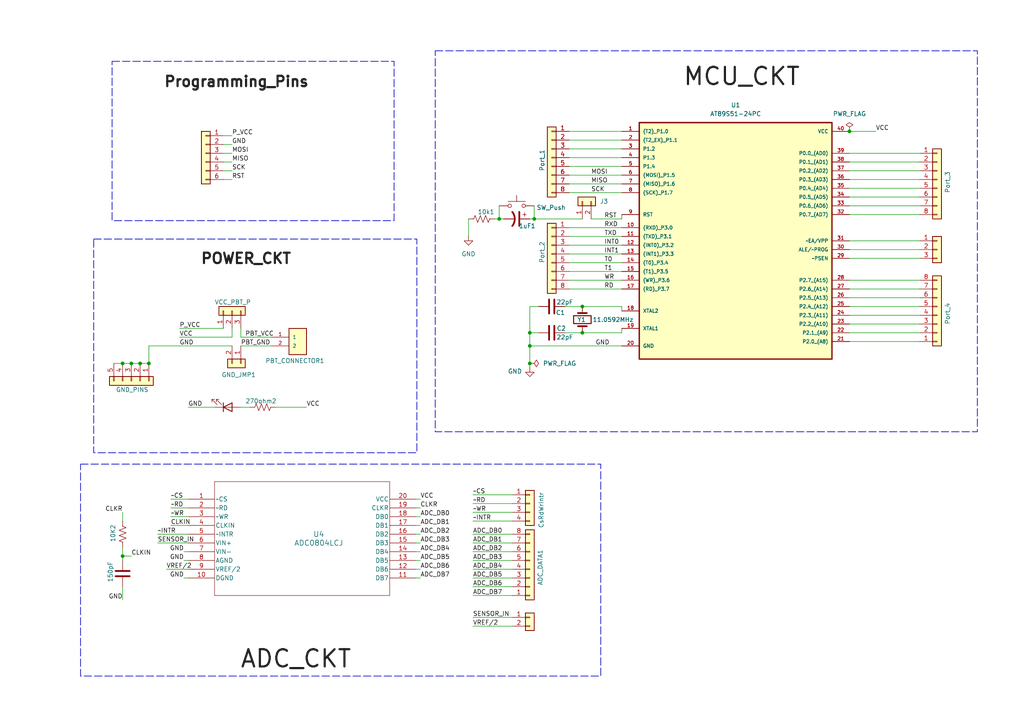
<source format=kicad_sch>
(kicad_sch
	(version 20231120)
	(generator "eeschema")
	(generator_version "8.0")
	(uuid "a8f38fd9-2f61-4617-8cb0-ba446c96aae5")
	(paper "A4")
	(title_block
		(title "8051_DEV_BOARD")
		(date "2025-03-09")
		(company "techMake")
		(comment 1 "KRISHNENDU DINDA")
		(comment 2 "reachtodinda@gmail.com")
		(comment 3 "krishnendudinda404@gmail.com")
		(comment 4 "9134412458")
	)
	(lib_symbols
		(symbol "2024-11-24_11-07-31:ADC0804LCJ"
			(pin_names
				(offset 0.254)
			)
			(exclude_from_sim no)
			(in_bom yes)
			(on_board yes)
			(property "Reference" "U"
				(at 33.02 10.16 0)
				(effects
					(font
						(size 1.524 1.524)
					)
				)
			)
			(property "Value" "ADC0804LCJ"
				(at 33.02 7.62 0)
				(effects
					(font
						(size 1.524 1.524)
					)
				)
			)
			(property "Footprint" "DIP20_300_TEX"
				(at 0 0 0)
				(effects
					(font
						(size 1.27 1.27)
						(italic yes)
					)
					(hide yes)
				)
			)
			(property "Datasheet" "ADC0804LCJ"
				(at 0 0 0)
				(effects
					(font
						(size 1.27 1.27)
						(italic yes)
					)
					(hide yes)
				)
			)
			(property "Description" ""
				(at 0 0 0)
				(effects
					(font
						(size 1.27 1.27)
					)
					(hide yes)
				)
			)
			(property "ki_locked" ""
				(at 0 0 0)
				(effects
					(font
						(size 1.27 1.27)
					)
				)
			)
			(property "ki_keywords" "ADC0804LCJ"
				(at 0 0 0)
				(effects
					(font
						(size 1.27 1.27)
					)
					(hide yes)
				)
			)
			(property "ki_fp_filters" "DIP20_300_TEX"
				(at 0 0 0)
				(effects
					(font
						(size 1.27 1.27)
					)
					(hide yes)
				)
			)
			(symbol "ADC0804LCJ_0_1"
				(polyline
					(pts
						(xy 7.62 -27.94) (xy 58.42 -27.94)
					)
					(stroke
						(width 0.127)
						(type default)
					)
					(fill
						(type none)
					)
				)
				(polyline
					(pts
						(xy 7.62 5.08) (xy 7.62 -27.94)
					)
					(stroke
						(width 0.127)
						(type default)
					)
					(fill
						(type none)
					)
				)
				(polyline
					(pts
						(xy 58.42 -27.94) (xy 58.42 5.08)
					)
					(stroke
						(width 0.127)
						(type default)
					)
					(fill
						(type none)
					)
				)
				(polyline
					(pts
						(xy 58.42 5.08) (xy 7.62 5.08)
					)
					(stroke
						(width 0.127)
						(type default)
					)
					(fill
						(type none)
					)
				)
				(pin unspecified line
					(at 0 0 0)
					(length 7.62)
					(name "~CS"
						(effects
							(font
								(size 1.27 1.27)
							)
						)
					)
					(number "1"
						(effects
							(font
								(size 1.27 1.27)
							)
						)
					)
				)
				(pin unspecified line
					(at 0 -22.86 0)
					(length 7.62)
					(name "DGND"
						(effects
							(font
								(size 1.27 1.27)
							)
						)
					)
					(number "10"
						(effects
							(font
								(size 1.27 1.27)
							)
						)
					)
				)
				(pin unspecified line
					(at 66.04 -22.86 180)
					(length 7.62)
					(name "DB7"
						(effects
							(font
								(size 1.27 1.27)
							)
						)
					)
					(number "11"
						(effects
							(font
								(size 1.27 1.27)
							)
						)
					)
				)
				(pin unspecified line
					(at 66.04 -20.32 180)
					(length 7.62)
					(name "DB6"
						(effects
							(font
								(size 1.27 1.27)
							)
						)
					)
					(number "12"
						(effects
							(font
								(size 1.27 1.27)
							)
						)
					)
				)
				(pin unspecified line
					(at 66.04 -17.78 180)
					(length 7.62)
					(name "DB5"
						(effects
							(font
								(size 1.27 1.27)
							)
						)
					)
					(number "13"
						(effects
							(font
								(size 1.27 1.27)
							)
						)
					)
				)
				(pin unspecified line
					(at 66.04 -15.24 180)
					(length 7.62)
					(name "DB4"
						(effects
							(font
								(size 1.27 1.27)
							)
						)
					)
					(number "14"
						(effects
							(font
								(size 1.27 1.27)
							)
						)
					)
				)
				(pin unspecified line
					(at 66.04 -12.7 180)
					(length 7.62)
					(name "DB3"
						(effects
							(font
								(size 1.27 1.27)
							)
						)
					)
					(number "15"
						(effects
							(font
								(size 1.27 1.27)
							)
						)
					)
				)
				(pin unspecified line
					(at 66.04 -10.16 180)
					(length 7.62)
					(name "DB2"
						(effects
							(font
								(size 1.27 1.27)
							)
						)
					)
					(number "16"
						(effects
							(font
								(size 1.27 1.27)
							)
						)
					)
				)
				(pin unspecified line
					(at 66.04 -7.62 180)
					(length 7.62)
					(name "DB1"
						(effects
							(font
								(size 1.27 1.27)
							)
						)
					)
					(number "17"
						(effects
							(font
								(size 1.27 1.27)
							)
						)
					)
				)
				(pin unspecified line
					(at 66.04 -5.08 180)
					(length 7.62)
					(name "DB0"
						(effects
							(font
								(size 1.27 1.27)
							)
						)
					)
					(number "18"
						(effects
							(font
								(size 1.27 1.27)
							)
						)
					)
				)
				(pin unspecified line
					(at 66.04 -2.54 180)
					(length 7.62)
					(name "CLKR"
						(effects
							(font
								(size 1.27 1.27)
							)
						)
					)
					(number "19"
						(effects
							(font
								(size 1.27 1.27)
							)
						)
					)
				)
				(pin unspecified line
					(at 0 -2.54 0)
					(length 7.62)
					(name "~RD"
						(effects
							(font
								(size 1.27 1.27)
							)
						)
					)
					(number "2"
						(effects
							(font
								(size 1.27 1.27)
							)
						)
					)
				)
				(pin unspecified line
					(at 66.04 0 180)
					(length 7.62)
					(name "VCC"
						(effects
							(font
								(size 1.27 1.27)
							)
						)
					)
					(number "20"
						(effects
							(font
								(size 1.27 1.27)
							)
						)
					)
				)
				(pin unspecified line
					(at 0 -5.08 0)
					(length 7.62)
					(name "~WR"
						(effects
							(font
								(size 1.27 1.27)
							)
						)
					)
					(number "3"
						(effects
							(font
								(size 1.27 1.27)
							)
						)
					)
				)
				(pin unspecified line
					(at 0 -7.62 0)
					(length 7.62)
					(name "CLKIN"
						(effects
							(font
								(size 1.27 1.27)
							)
						)
					)
					(number "4"
						(effects
							(font
								(size 1.27 1.27)
							)
						)
					)
				)
				(pin unspecified line
					(at 0 -10.16 0)
					(length 7.62)
					(name "~INTR"
						(effects
							(font
								(size 1.27 1.27)
							)
						)
					)
					(number "5"
						(effects
							(font
								(size 1.27 1.27)
							)
						)
					)
				)
				(pin unspecified line
					(at 0 -12.7 0)
					(length 7.62)
					(name "VIN+"
						(effects
							(font
								(size 1.27 1.27)
							)
						)
					)
					(number "6"
						(effects
							(font
								(size 1.27 1.27)
							)
						)
					)
				)
				(pin unspecified line
					(at 0 -15.24 0)
					(length 7.62)
					(name "VIN-"
						(effects
							(font
								(size 1.27 1.27)
							)
						)
					)
					(number "7"
						(effects
							(font
								(size 1.27 1.27)
							)
						)
					)
				)
				(pin unspecified line
					(at 0 -17.78 0)
					(length 7.62)
					(name "AGND"
						(effects
							(font
								(size 1.27 1.27)
							)
						)
					)
					(number "8"
						(effects
							(font
								(size 1.27 1.27)
							)
						)
					)
				)
				(pin unspecified line
					(at 0 -20.32 0)
					(length 7.62)
					(name "VREF/2"
						(effects
							(font
								(size 1.27 1.27)
							)
						)
					)
					(number "9"
						(effects
							(font
								(size 1.27 1.27)
							)
						)
					)
				)
			)
		)
		(symbol "282837-2:PBT_connector"
			(pin_names
				(offset 1.016)
			)
			(exclude_from_sim no)
			(in_bom yes)
			(on_board yes)
			(property "Reference" "P"
				(at -2.5406 2.5438 0)
				(effects
					(font
						(size 1.27 1.27)
					)
					(justify left bottom)
				)
			)
			(property "Value" "282837-2"
				(at -2.5424 -6.3745 0)
				(effects
					(font
						(size 1.27 1.27)
					)
					(justify left bottom)
				)
			)
			(property "Footprint" "282837-2:TE_282837-2"
				(at 0 0 0)
				(effects
					(font
						(size 1.27 1.27)
					)
					(justify bottom)
					(hide yes)
				)
			)
			(property "Datasheet" ""
				(at 0 0 0)
				(effects
					(font
						(size 1.27 1.27)
					)
					(hide yes)
				)
			)
			(property "Description" "TERMINAL BLOCK 3.5MM 2POS PCB"
				(at 0 0 0)
				(effects
					(font
						(size 1.27 1.27)
					)
					(justify bottom)
					(hide yes)
				)
			)
			(property "Comment" "282837-2"
				(at 0 0 0)
				(effects
					(font
						(size 1.27 1.27)
					)
					(justify bottom)
					(hide yes)
				)
			)
			(property "MF" "TE Connectivity"
				(at 0 0 0)
				(effects
					(font
						(size 1.27 1.27)
					)
					(justify bottom)
					(hide yes)
				)
			)
			(property "PACKAGE" "None"
				(at 0 0 0)
				(effects
					(font
						(size 1.27 1.27)
					)
					(justify bottom)
					(hide yes)
				)
			)
			(property "PRICE" "0.28 USD"
				(at 0 0 0)
				(effects
					(font
						(size 1.27 1.27)
					)
					(justify bottom)
					(hide yes)
				)
			)
			(property "Package" "None"
				(at 0 0 0)
				(effects
					(font
						(size 1.27 1.27)
					)
					(justify bottom)
					(hide yes)
				)
			)
			(property "Check_prices" "https://www.snapeda.com/parts/282837-2/TE+Connectivity+AMP+Connectors/view-part/?ref=eda"
				(at 0 0 0)
				(effects
					(font
						(size 1.27 1.27)
					)
					(justify bottom)
					(hide yes)
				)
			)
			(property "Price" "None"
				(at 0 0 0)
				(effects
					(font
						(size 1.27 1.27)
					)
					(justify bottom)
					(hide yes)
				)
			)
			(property "PARTREV" "G3"
				(at 0 0 0)
				(effects
					(font
						(size 1.27 1.27)
					)
					(justify bottom)
					(hide yes)
				)
			)
			(property "SnapEDA_Link" "https://www.snapeda.com/parts/282837-2/TE+Connectivity+AMP+Connectors/view-part/?ref=snap"
				(at 0 0 0)
				(effects
					(font
						(size 1.27 1.27)
					)
					(justify bottom)
					(hide yes)
				)
			)
			(property "MP" "282837-2"
				(at 0 0 0)
				(effects
					(font
						(size 1.27 1.27)
					)
					(justify bottom)
					(hide yes)
				)
			)
			(property "Availability" "In Stock"
				(at 0 0 0)
				(effects
					(font
						(size 1.27 1.27)
					)
					(justify bottom)
					(hide yes)
				)
			)
			(property "AVAILABILITY" "Good"
				(at 0 0 0)
				(effects
					(font
						(size 1.27 1.27)
					)
					(justify bottom)
					(hide yes)
				)
			)
			(property "Description_1" "\n                        \n                            Terminal Block Connector Wire Receptacle 2 5.08 mm 30-16 AWG Green 13.5 A 250 V | TE Connectivity 282837-2\n                        \n"
				(at 0 0 0)
				(effects
					(font
						(size 1.27 1.27)
					)
					(justify bottom)
					(hide yes)
				)
			)
			(symbol "PBT_connector_0_0"
				(rectangle
					(start -2.54 -5.08)
					(end 2.54 2.54)
					(stroke
						(width 0.254)
						(type default)
					)
					(fill
						(type background)
					)
				)
				(pin passive line
					(at -7.62 0 0)
					(length 5.08)
					(name "1"
						(effects
							(font
								(size 1.016 1.016)
							)
						)
					)
					(number "1"
						(effects
							(font
								(size 1.016 1.016)
							)
						)
					)
				)
				(pin passive line
					(at -7.62 -2.54 0)
					(length 5.08)
					(name "2"
						(effects
							(font
								(size 1.016 1.016)
							)
						)
					)
					(number "2"
						(effects
							(font
								(size 1.016 1.016)
							)
						)
					)
				)
			)
		)
		(symbol "AT89S51-24PC:AT89S51-24PC"
			(pin_names
				(offset 1.016)
			)
			(exclude_from_sim no)
			(in_bom yes)
			(on_board yes)
			(property "Reference" "U1"
				(at 0 38.1 0)
				(effects
					(font
						(size 1.27 1.27)
					)
				)
			)
			(property "Value" "AT89S51-24PC"
				(at 0 35.56 0)
				(effects
					(font
						(size 1.27 1.27)
					)
				)
			)
			(property "Footprint" "AT89S51-24PC:DIP254P1524X482-40"
				(at 0 0 0)
				(effects
					(font
						(size 1.27 1.27)
					)
					(justify bottom)
					(hide yes)
				)
			)
			(property "Datasheet" ""
				(at 0 0 0)
				(effects
					(font
						(size 1.27 1.27)
					)
					(hide yes)
				)
			)
			(property "Description" "8-bit Microcontroller"
				(at 0 0 0)
				(effects
					(font
						(size 1.27 1.27)
					)
					(justify bottom)
					(hide yes)
				)
			)
			(property "MF" "Microchip Technology"
				(at 0 0 0)
				(effects
					(font
						(size 1.27 1.27)
					)
					(justify bottom)
					(hide yes)
				)
			)
			(property "PACKAGE" "DIP-40"
				(at 0 0 0)
				(effects
					(font
						(size 1.27 1.27)
					)
					(justify bottom)
					(hide yes)
				)
			)
			(property "MPN" "AT89S51-24PC"
				(at 0 0 0)
				(effects
					(font
						(size 1.27 1.27)
					)
					(justify bottom)
					(hide yes)
				)
			)
			(property "Price" "None"
				(at 0 0 0)
				(effects
					(font
						(size 1.27 1.27)
					)
					(justify bottom)
					(hide yes)
				)
			)
			(property "Package" "DIP-40 Microchip Technology"
				(at 0 0 0)
				(effects
					(font
						(size 1.27 1.27)
					)
					(justify bottom)
					(hide yes)
				)
			)
			(property "Check_prices" "https://www.snapeda.com/parts/AT89S51-24PC/Microchip/view-part/?ref=eda"
				(at 0 0 0)
				(effects
					(font
						(size 1.27 1.27)
					)
					(justify bottom)
					(hide yes)
				)
			)
			(property "OC_FARNELL" "1095743"
				(at 0 0 0)
				(effects
					(font
						(size 1.27 1.27)
					)
					(justify bottom)
					(hide yes)
				)
			)
			(property "SnapEDA_Link" "https://www.snapeda.com/parts/AT89S51-24PC/Microchip/view-part/?ref=snap"
				(at 0 0 0)
				(effects
					(font
						(size 1.27 1.27)
					)
					(justify bottom)
					(hide yes)
				)
			)
			(property "MP" "AT89S51-24PC"
				(at 0 0 0)
				(effects
					(font
						(size 1.27 1.27)
					)
					(justify bottom)
					(hide yes)
				)
			)
			(property "SUPPLIER" "Atmel"
				(at 0 0 0)
				(effects
					(font
						(size 1.27 1.27)
					)
					(justify bottom)
					(hide yes)
				)
			)
			(property "OC_NEWARK" "96K6580"
				(at 0 0 0)
				(effects
					(font
						(size 1.27 1.27)
					)
					(justify bottom)
					(hide yes)
				)
			)
			(property "Availability" "In Stock"
				(at 0 0 0)
				(effects
					(font
						(size 1.27 1.27)
					)
					(justify bottom)
					(hide yes)
				)
			)
			(property "Description_1" "\n8051 series Microcontroller IC 8-Bit 24MHz 4KB (4K x 8) FLASH 40-PDIP\n"
				(at 0 0 0)
				(effects
					(font
						(size 1.27 1.27)
					)
					(justify bottom)
					(hide yes)
				)
			)
			(symbol "AT89S51-24PC_0_0"
				(rectangle
					(start -27.94 33.02)
					(end 27.94 -35.56)
					(stroke
						(width 0.4064)
						(type default)
					)
					(fill
						(type background)
					)
				)
				(pin bidirectional line
					(at -33.02 30.48 0)
					(length 5.08)
					(name "(T2)_P1.0"
						(effects
							(font
								(size 1.016 1.016)
							)
						)
					)
					(number "1"
						(effects
							(font
								(size 1.016 1.016)
							)
						)
					)
				)
				(pin bidirectional line
					(at -33.02 2.54 0)
					(length 5.08)
					(name "(RXD)_P3.0"
						(effects
							(font
								(size 1.016 1.016)
							)
						)
					)
					(number "10"
						(effects
							(font
								(size 1.016 1.016)
							)
						)
					)
				)
				(pin bidirectional line
					(at -33.02 0 0)
					(length 5.08)
					(name "(TXD)_P3.1"
						(effects
							(font
								(size 1.016 1.016)
							)
						)
					)
					(number "11"
						(effects
							(font
								(size 1.016 1.016)
							)
						)
					)
				)
				(pin bidirectional line
					(at -33.02 -2.54 0)
					(length 5.08)
					(name "(INT0)_P3.2"
						(effects
							(font
								(size 1.016 1.016)
							)
						)
					)
					(number "12"
						(effects
							(font
								(size 1.016 1.016)
							)
						)
					)
				)
				(pin bidirectional line
					(at -33.02 -5.08 0)
					(length 5.08)
					(name "(INT1)_P3.3"
						(effects
							(font
								(size 1.016 1.016)
							)
						)
					)
					(number "13"
						(effects
							(font
								(size 1.016 1.016)
							)
						)
					)
				)
				(pin bidirectional line
					(at -33.02 -7.62 0)
					(length 5.08)
					(name "(T0)_P3.4"
						(effects
							(font
								(size 1.016 1.016)
							)
						)
					)
					(number "14"
						(effects
							(font
								(size 1.016 1.016)
							)
						)
					)
				)
				(pin bidirectional line
					(at -33.02 -10.16 0)
					(length 5.08)
					(name "(T1)_P3.5"
						(effects
							(font
								(size 1.016 1.016)
							)
						)
					)
					(number "15"
						(effects
							(font
								(size 1.016 1.016)
							)
						)
					)
				)
				(pin bidirectional line
					(at -33.02 -12.7 0)
					(length 5.08)
					(name "(WR)_P3.6"
						(effects
							(font
								(size 1.016 1.016)
							)
						)
					)
					(number "16"
						(effects
							(font
								(size 1.016 1.016)
							)
						)
					)
				)
				(pin bidirectional line
					(at -33.02 -15.24 0)
					(length 5.08)
					(name "(RD)_P3.7"
						(effects
							(font
								(size 1.016 1.016)
							)
						)
					)
					(number "17"
						(effects
							(font
								(size 1.016 1.016)
							)
						)
					)
				)
				(pin output line
					(at -33.02 -21.59 0)
					(length 5.08)
					(name "XTAL2"
						(effects
							(font
								(size 1.016 1.016)
							)
						)
					)
					(number "18"
						(effects
							(font
								(size 1.016 1.016)
							)
						)
					)
				)
				(pin bidirectional line
					(at -33.02 27.94 0)
					(length 5.08)
					(name "(T2_EX)_P1.1"
						(effects
							(font
								(size 1.016 1.016)
							)
						)
					)
					(number "2"
						(effects
							(font
								(size 1.016 1.016)
							)
						)
					)
				)
				(pin passive line
					(at -33.02 -31.75 0)
					(length 5.08)
					(name "GND"
						(effects
							(font
								(size 1.016 1.016)
							)
						)
					)
					(number "20"
						(effects
							(font
								(size 1.016 1.016)
							)
						)
					)
				)
				(pin bidirectional line
					(at 33.02 -30.48 180)
					(length 5.08)
					(name "P2.0_(A8)"
						(effects
							(font
								(size 1.016 1.016)
							)
						)
					)
					(number "21"
						(effects
							(font
								(size 1.016 1.016)
							)
						)
					)
				)
				(pin bidirectional line
					(at 33.02 -27.94 180)
					(length 5.08)
					(name "P2.1_(A9)"
						(effects
							(font
								(size 1.016 1.016)
							)
						)
					)
					(number "22"
						(effects
							(font
								(size 1.016 1.016)
							)
						)
					)
				)
				(pin bidirectional line
					(at 33.02 -25.4 180)
					(length 5.08)
					(name "P2.2_(A10)"
						(effects
							(font
								(size 1.016 1.016)
							)
						)
					)
					(number "23"
						(effects
							(font
								(size 1.016 1.016)
							)
						)
					)
				)
				(pin bidirectional line
					(at 33.02 -22.86 180)
					(length 5.08)
					(name "P2.3_(A11)"
						(effects
							(font
								(size 1.016 1.016)
							)
						)
					)
					(number "24"
						(effects
							(font
								(size 1.016 1.016)
							)
						)
					)
				)
				(pin bidirectional line
					(at 33.02 -20.32 180)
					(length 5.08)
					(name "P2.4_(A12)"
						(effects
							(font
								(size 1.016 1.016)
							)
						)
					)
					(number "25"
						(effects
							(font
								(size 1.016 1.016)
							)
						)
					)
				)
				(pin bidirectional line
					(at 33.02 -17.78 180)
					(length 5.08)
					(name "P2.5_(A13)"
						(effects
							(font
								(size 1.016 1.016)
							)
						)
					)
					(number "26"
						(effects
							(font
								(size 1.016 1.016)
							)
						)
					)
				)
				(pin bidirectional line
					(at 33.02 -15.24 180)
					(length 5.08)
					(name "P2.6_(A14)"
						(effects
							(font
								(size 1.016 1.016)
							)
						)
					)
					(number "27"
						(effects
							(font
								(size 1.016 1.016)
							)
						)
					)
				)
				(pin bidirectional line
					(at 33.02 -12.7 180)
					(length 5.08)
					(name "P2.7_(A15)"
						(effects
							(font
								(size 1.016 1.016)
							)
						)
					)
					(number "28"
						(effects
							(font
								(size 1.016 1.016)
							)
						)
					)
				)
				(pin input line
					(at 33.02 -6.35 180)
					(length 5.08)
					(name "~PSEN"
						(effects
							(font
								(size 1.016 1.016)
							)
						)
					)
					(number "29"
						(effects
							(font
								(size 1.016 1.016)
							)
						)
					)
				)
				(pin bidirectional line
					(at -33.02 25.4 0)
					(length 5.08)
					(name "P1.2"
						(effects
							(font
								(size 1.016 1.016)
							)
						)
					)
					(number "3"
						(effects
							(font
								(size 1.016 1.016)
							)
						)
					)
				)
				(pin input line
					(at 33.02 -1.27 180)
					(length 5.08)
					(name "~EA/VPP"
						(effects
							(font
								(size 1.016 1.016)
							)
						)
					)
					(number "31"
						(effects
							(font
								(size 1.016 1.016)
							)
						)
					)
				)
				(pin bidirectional line
					(at 33.02 6.35 180)
					(length 5.08)
					(name "P0.7_(AD7)"
						(effects
							(font
								(size 1.016 1.016)
							)
						)
					)
					(number "32"
						(effects
							(font
								(size 1.016 1.016)
							)
						)
					)
				)
				(pin bidirectional line
					(at 33.02 8.89 180)
					(length 5.08)
					(name "P0.6_(AD6)"
						(effects
							(font
								(size 1.016 1.016)
							)
						)
					)
					(number "33"
						(effects
							(font
								(size 1.016 1.016)
							)
						)
					)
				)
				(pin bidirectional line
					(at 33.02 11.43 180)
					(length 5.08)
					(name "P0.5_(AD5)"
						(effects
							(font
								(size 1.016 1.016)
							)
						)
					)
					(number "34"
						(effects
							(font
								(size 1.016 1.016)
							)
						)
					)
				)
				(pin bidirectional line
					(at 33.02 13.97 180)
					(length 5.08)
					(name "P0.4_(AD4)"
						(effects
							(font
								(size 1.016 1.016)
							)
						)
					)
					(number "35"
						(effects
							(font
								(size 1.016 1.016)
							)
						)
					)
				)
				(pin bidirectional line
					(at 33.02 16.51 180)
					(length 5.08)
					(name "P0.3_(AD3)"
						(effects
							(font
								(size 1.016 1.016)
							)
						)
					)
					(number "36"
						(effects
							(font
								(size 1.016 1.016)
							)
						)
					)
				)
				(pin bidirectional line
					(at 33.02 19.05 180)
					(length 5.08)
					(name "P0.2_(AD2)"
						(effects
							(font
								(size 1.016 1.016)
							)
						)
					)
					(number "37"
						(effects
							(font
								(size 1.016 1.016)
							)
						)
					)
				)
				(pin bidirectional line
					(at 33.02 21.59 180)
					(length 5.08)
					(name "P0.1_(AD1)"
						(effects
							(font
								(size 1.016 1.016)
							)
						)
					)
					(number "38"
						(effects
							(font
								(size 1.016 1.016)
							)
						)
					)
				)
				(pin bidirectional line
					(at 33.02 24.13 180)
					(length 5.08)
					(name "P0.0_(AD0)"
						(effects
							(font
								(size 1.016 1.016)
							)
						)
					)
					(number "39"
						(effects
							(font
								(size 1.016 1.016)
							)
						)
					)
				)
				(pin bidirectional line
					(at -33.02 22.86 0)
					(length 5.08)
					(name "P1.3"
						(effects
							(font
								(size 1.016 1.016)
							)
						)
					)
					(number "4"
						(effects
							(font
								(size 1.016 1.016)
							)
						)
					)
				)
				(pin power_in line
					(at 33.02 30.48 180)
					(length 5.08)
					(name "VCC"
						(effects
							(font
								(size 1.016 1.016)
							)
						)
					)
					(number "40"
						(effects
							(font
								(size 1.016 1.016)
							)
						)
					)
				)
				(pin bidirectional line
					(at -33.02 20.32 0)
					(length 5.08)
					(name "P1.4"
						(effects
							(font
								(size 1.016 1.016)
							)
						)
					)
					(number "5"
						(effects
							(font
								(size 1.016 1.016)
							)
						)
					)
				)
				(pin bidirectional line
					(at -33.02 17.78 0)
					(length 5.08)
					(name "(MOSI)_P1.5"
						(effects
							(font
								(size 1.016 1.016)
							)
						)
					)
					(number "6"
						(effects
							(font
								(size 1.016 1.016)
							)
						)
					)
				)
				(pin bidirectional line
					(at -33.02 15.24 0)
					(length 5.08)
					(name "(MISO)_P1.6"
						(effects
							(font
								(size 1.016 1.016)
							)
						)
					)
					(number "7"
						(effects
							(font
								(size 1.016 1.016)
							)
						)
					)
				)
				(pin bidirectional line
					(at -33.02 12.7 0)
					(length 5.08)
					(name "(SCK)_P1.7"
						(effects
							(font
								(size 1.016 1.016)
							)
						)
					)
					(number "8"
						(effects
							(font
								(size 1.016 1.016)
							)
						)
					)
				)
				(pin input line
					(at -33.02 6.35 0)
					(length 5.08)
					(name "RST"
						(effects
							(font
								(size 1.016 1.016)
							)
						)
					)
					(number "9"
						(effects
							(font
								(size 1.016 1.016)
							)
						)
					)
				)
			)
			(symbol "AT89S51-24PC_1_0"
				(pin input line
					(at -33.02 -26.67 0)
					(length 5.08)
					(name "XTAL1"
						(effects
							(font
								(size 1.016 1.016)
							)
						)
					)
					(number "19"
						(effects
							(font
								(size 1.016 1.016)
							)
						)
					)
				)
				(pin output line
					(at 33.02 -3.81 180)
					(length 5.08)
					(name "ALE/~PROG"
						(effects
							(font
								(size 1.016 1.016)
							)
						)
					)
					(number "30"
						(effects
							(font
								(size 1.016 1.016)
							)
						)
					)
				)
			)
		)
		(symbol "Conn_01x08_1"
			(pin_names
				(offset 1.016) hide)
			(exclude_from_sim no)
			(in_bom yes)
			(on_board yes)
			(property "Reference" "Port_2"
				(at 3.048 -0.508 90)
				(effects
					(font
						(size 1.27 1.27)
					)
				)
			)
			(property "Value" "Conn_01x08"
				(at 0 11.43 0)
				(effects
					(font
						(size 1.27 1.27)
					)
					(hide yes)
				)
			)
			(property "Footprint" "Connector_PinHeader_2.54mm:PinHeader_1x08_P2.54mm_Vertical"
				(at 0 0 0)
				(effects
					(font
						(size 1.27 1.27)
					)
					(hide yes)
				)
			)
			(property "Datasheet" "~"
				(at 0 0 0)
				(effects
					(font
						(size 1.27 1.27)
					)
					(hide yes)
				)
			)
			(property "Description" "Generic connector, single row, 01x08, script generated (kicad-library-utils/schlib/autogen/connector/)"
				(at 0 0 0)
				(effects
					(font
						(size 1.27 1.27)
					)
					(hide yes)
				)
			)
			(property "ki_keywords" "connector"
				(at 0 0 0)
				(effects
					(font
						(size 1.27 1.27)
					)
					(hide yes)
				)
			)
			(property "ki_fp_filters" "Connector*:*_1x??_*"
				(at 0 0 0)
				(effects
					(font
						(size 1.27 1.27)
					)
					(hide yes)
				)
			)
			(symbol "Conn_01x08_1_1_1"
				(rectangle
					(start -1.27 -10.033)
					(end 0 -10.287)
					(stroke
						(width 0.1524)
						(type default)
					)
					(fill
						(type none)
					)
				)
				(rectangle
					(start -1.27 -7.493)
					(end 0 -7.747)
					(stroke
						(width 0.1524)
						(type default)
					)
					(fill
						(type none)
					)
				)
				(rectangle
					(start -1.27 -4.953)
					(end 0 -5.207)
					(stroke
						(width 0.1524)
						(type default)
					)
					(fill
						(type none)
					)
				)
				(rectangle
					(start -1.27 -2.413)
					(end 0 -2.667)
					(stroke
						(width 0.1524)
						(type default)
					)
					(fill
						(type none)
					)
				)
				(rectangle
					(start -1.27 0.127)
					(end 0 -0.127)
					(stroke
						(width 0.1524)
						(type default)
					)
					(fill
						(type none)
					)
				)
				(rectangle
					(start -1.27 2.667)
					(end 0 2.413)
					(stroke
						(width 0.1524)
						(type default)
					)
					(fill
						(type none)
					)
				)
				(rectangle
					(start -1.27 5.207)
					(end 0 4.953)
					(stroke
						(width 0.1524)
						(type default)
					)
					(fill
						(type none)
					)
				)
				(rectangle
					(start -1.27 7.747)
					(end 0 7.493)
					(stroke
						(width 0.1524)
						(type default)
					)
					(fill
						(type none)
					)
				)
				(rectangle
					(start -1.27 8.89)
					(end 1.27 -11.43)
					(stroke
						(width 0.254)
						(type default)
					)
					(fill
						(type background)
					)
				)
				(pin passive line
					(at -5.08 7.62 0)
					(length 3.81)
					(name "Pin_0"
						(effects
							(font
								(size 1.27 1.27)
							)
						)
					)
					(number "1"
						(effects
							(font
								(size 1.27 1.27)
							)
						)
					)
				)
				(pin passive line
					(at -5.08 5.08 0)
					(length 3.81)
					(name "Pin_1"
						(effects
							(font
								(size 1.27 1.27)
							)
						)
					)
					(number "2"
						(effects
							(font
								(size 1.27 1.27)
							)
						)
					)
				)
				(pin passive line
					(at -5.08 2.54 0)
					(length 3.81)
					(name "Pin_2"
						(effects
							(font
								(size 1.27 1.27)
							)
						)
					)
					(number "3"
						(effects
							(font
								(size 1.27 1.27)
							)
						)
					)
				)
				(pin passive line
					(at -5.08 0 0)
					(length 3.81)
					(name "Pin_3"
						(effects
							(font
								(size 1.27 1.27)
							)
						)
					)
					(number "4"
						(effects
							(font
								(size 1.27 1.27)
							)
						)
					)
				)
				(pin passive line
					(at -5.08 -2.54 0)
					(length 3.81)
					(name "Pin_4"
						(effects
							(font
								(size 1.27 1.27)
							)
						)
					)
					(number "5"
						(effects
							(font
								(size 1.27 1.27)
							)
						)
					)
				)
				(pin passive line
					(at -5.08 -5.08 0)
					(length 3.81)
					(name "Pin_5"
						(effects
							(font
								(size 1.27 1.27)
							)
						)
					)
					(number "6"
						(effects
							(font
								(size 1.27 1.27)
							)
						)
					)
				)
				(pin passive line
					(at -5.08 -7.62 0)
					(length 3.81)
					(name "Pin_6"
						(effects
							(font
								(size 1.27 1.27)
							)
						)
					)
					(number "7"
						(effects
							(font
								(size 1.27 1.27)
							)
						)
					)
				)
				(pin passive line
					(at -5.08 -10.16 0)
					(length 3.81)
					(name "Pin_7"
						(effects
							(font
								(size 1.27 1.27)
							)
						)
					)
					(number "8"
						(effects
							(font
								(size 1.27 1.27)
							)
						)
					)
				)
			)
		)
		(symbol "Connector_Generic:Conn_01x02"
			(pin_names
				(offset 1.016) hide)
			(exclude_from_sim no)
			(in_bom yes)
			(on_board yes)
			(property "Reference" "J"
				(at 0 2.54 0)
				(effects
					(font
						(size 1.27 1.27)
					)
				)
			)
			(property "Value" "Conn_01x02"
				(at 0 -5.08 0)
				(effects
					(font
						(size 1.27 1.27)
					)
				)
			)
			(property "Footprint" ""
				(at 0 0 0)
				(effects
					(font
						(size 1.27 1.27)
					)
					(hide yes)
				)
			)
			(property "Datasheet" "~"
				(at 0 0 0)
				(effects
					(font
						(size 1.27 1.27)
					)
					(hide yes)
				)
			)
			(property "Description" "Generic connector, single row, 01x02, script generated (kicad-library-utils/schlib/autogen/connector/)"
				(at 0 0 0)
				(effects
					(font
						(size 1.27 1.27)
					)
					(hide yes)
				)
			)
			(property "ki_keywords" "connector"
				(at 0 0 0)
				(effects
					(font
						(size 1.27 1.27)
					)
					(hide yes)
				)
			)
			(property "ki_fp_filters" "Connector*:*_1x??_*"
				(at 0 0 0)
				(effects
					(font
						(size 1.27 1.27)
					)
					(hide yes)
				)
			)
			(symbol "Conn_01x02_1_1"
				(rectangle
					(start -1.27 -2.413)
					(end 0 -2.667)
					(stroke
						(width 0.1524)
						(type default)
					)
					(fill
						(type none)
					)
				)
				(rectangle
					(start -1.27 0.127)
					(end 0 -0.127)
					(stroke
						(width 0.1524)
						(type default)
					)
					(fill
						(type none)
					)
				)
				(rectangle
					(start -1.27 1.27)
					(end 1.27 -3.81)
					(stroke
						(width 0.254)
						(type default)
					)
					(fill
						(type background)
					)
				)
				(pin passive line
					(at -5.08 0 0)
					(length 3.81)
					(name "Pin_1"
						(effects
							(font
								(size 1.27 1.27)
							)
						)
					)
					(number "1"
						(effects
							(font
								(size 1.27 1.27)
							)
						)
					)
				)
				(pin passive line
					(at -5.08 -2.54 0)
					(length 3.81)
					(name "Pin_2"
						(effects
							(font
								(size 1.27 1.27)
							)
						)
					)
					(number "2"
						(effects
							(font
								(size 1.27 1.27)
							)
						)
					)
				)
			)
		)
		(symbol "Connector_Generic:Conn_01x03"
			(pin_names
				(offset 1.016) hide)
			(exclude_from_sim no)
			(in_bom yes)
			(on_board yes)
			(property "Reference" "J"
				(at 0 5.08 0)
				(effects
					(font
						(size 1.27 1.27)
					)
				)
			)
			(property "Value" "Conn_01x03"
				(at 0 -5.08 0)
				(effects
					(font
						(size 1.27 1.27)
					)
				)
			)
			(property "Footprint" ""
				(at 0 0 0)
				(effects
					(font
						(size 1.27 1.27)
					)
					(hide yes)
				)
			)
			(property "Datasheet" "~"
				(at 0 0 0)
				(effects
					(font
						(size 1.27 1.27)
					)
					(hide yes)
				)
			)
			(property "Description" "Generic connector, single row, 01x03, script generated (kicad-library-utils/schlib/autogen/connector/)"
				(at 0 0 0)
				(effects
					(font
						(size 1.27 1.27)
					)
					(hide yes)
				)
			)
			(property "ki_keywords" "connector"
				(at 0 0 0)
				(effects
					(font
						(size 1.27 1.27)
					)
					(hide yes)
				)
			)
			(property "ki_fp_filters" "Connector*:*_1x??_*"
				(at 0 0 0)
				(effects
					(font
						(size 1.27 1.27)
					)
					(hide yes)
				)
			)
			(symbol "Conn_01x03_1_1"
				(rectangle
					(start -1.27 -2.413)
					(end 0 -2.667)
					(stroke
						(width 0.1524)
						(type default)
					)
					(fill
						(type none)
					)
				)
				(rectangle
					(start -1.27 0.127)
					(end 0 -0.127)
					(stroke
						(width 0.1524)
						(type default)
					)
					(fill
						(type none)
					)
				)
				(rectangle
					(start -1.27 2.667)
					(end 0 2.413)
					(stroke
						(width 0.1524)
						(type default)
					)
					(fill
						(type none)
					)
				)
				(rectangle
					(start -1.27 3.81)
					(end 1.27 -3.81)
					(stroke
						(width 0.254)
						(type default)
					)
					(fill
						(type background)
					)
				)
				(pin passive line
					(at -5.08 2.54 0)
					(length 3.81)
					(name "Pin_1"
						(effects
							(font
								(size 1.27 1.27)
							)
						)
					)
					(number "1"
						(effects
							(font
								(size 1.27 1.27)
							)
						)
					)
				)
				(pin passive line
					(at -5.08 0 0)
					(length 3.81)
					(name "Pin_2"
						(effects
							(font
								(size 1.27 1.27)
							)
						)
					)
					(number "2"
						(effects
							(font
								(size 1.27 1.27)
							)
						)
					)
				)
				(pin passive line
					(at -5.08 -2.54 0)
					(length 3.81)
					(name "Pin_3"
						(effects
							(font
								(size 1.27 1.27)
							)
						)
					)
					(number "3"
						(effects
							(font
								(size 1.27 1.27)
							)
						)
					)
				)
			)
		)
		(symbol "Connector_Generic:Conn_01x04"
			(pin_names
				(offset 1.016) hide)
			(exclude_from_sim no)
			(in_bom yes)
			(on_board yes)
			(property "Reference" "J"
				(at 0 5.08 0)
				(effects
					(font
						(size 1.27 1.27)
					)
				)
			)
			(property "Value" "Conn_01x04"
				(at 0 -7.62 0)
				(effects
					(font
						(size 1.27 1.27)
					)
				)
			)
			(property "Footprint" ""
				(at 0 0 0)
				(effects
					(font
						(size 1.27 1.27)
					)
					(hide yes)
				)
			)
			(property "Datasheet" "~"
				(at 0 0 0)
				(effects
					(font
						(size 1.27 1.27)
					)
					(hide yes)
				)
			)
			(property "Description" "Generic connector, single row, 01x04, script generated (kicad-library-utils/schlib/autogen/connector/)"
				(at 0 0 0)
				(effects
					(font
						(size 1.27 1.27)
					)
					(hide yes)
				)
			)
			(property "ki_keywords" "connector"
				(at 0 0 0)
				(effects
					(font
						(size 1.27 1.27)
					)
					(hide yes)
				)
			)
			(property "ki_fp_filters" "Connector*:*_1x??_*"
				(at 0 0 0)
				(effects
					(font
						(size 1.27 1.27)
					)
					(hide yes)
				)
			)
			(symbol "Conn_01x04_1_1"
				(rectangle
					(start -1.27 -4.953)
					(end 0 -5.207)
					(stroke
						(width 0.1524)
						(type default)
					)
					(fill
						(type none)
					)
				)
				(rectangle
					(start -1.27 -2.413)
					(end 0 -2.667)
					(stroke
						(width 0.1524)
						(type default)
					)
					(fill
						(type none)
					)
				)
				(rectangle
					(start -1.27 0.127)
					(end 0 -0.127)
					(stroke
						(width 0.1524)
						(type default)
					)
					(fill
						(type none)
					)
				)
				(rectangle
					(start -1.27 2.667)
					(end 0 2.413)
					(stroke
						(width 0.1524)
						(type default)
					)
					(fill
						(type none)
					)
				)
				(rectangle
					(start -1.27 3.81)
					(end 1.27 -6.35)
					(stroke
						(width 0.254)
						(type default)
					)
					(fill
						(type background)
					)
				)
				(pin passive line
					(at -5.08 2.54 0)
					(length 3.81)
					(name "Pin_1"
						(effects
							(font
								(size 1.27 1.27)
							)
						)
					)
					(number "1"
						(effects
							(font
								(size 1.27 1.27)
							)
						)
					)
				)
				(pin passive line
					(at -5.08 0 0)
					(length 3.81)
					(name "Pin_2"
						(effects
							(font
								(size 1.27 1.27)
							)
						)
					)
					(number "2"
						(effects
							(font
								(size 1.27 1.27)
							)
						)
					)
				)
				(pin passive line
					(at -5.08 -2.54 0)
					(length 3.81)
					(name "Pin_3"
						(effects
							(font
								(size 1.27 1.27)
							)
						)
					)
					(number "3"
						(effects
							(font
								(size 1.27 1.27)
							)
						)
					)
				)
				(pin passive line
					(at -5.08 -5.08 0)
					(length 3.81)
					(name "Pin_4"
						(effects
							(font
								(size 1.27 1.27)
							)
						)
					)
					(number "4"
						(effects
							(font
								(size 1.27 1.27)
							)
						)
					)
				)
			)
		)
		(symbol "Connector_Generic:Conn_01x05"
			(pin_names
				(offset 1.016) hide)
			(exclude_from_sim no)
			(in_bom yes)
			(on_board yes)
			(property "Reference" "J"
				(at 0 7.62 0)
				(effects
					(font
						(size 1.27 1.27)
					)
				)
			)
			(property "Value" "Conn_01x05"
				(at 0 -7.62 0)
				(effects
					(font
						(size 1.27 1.27)
					)
				)
			)
			(property "Footprint" ""
				(at 0 0 0)
				(effects
					(font
						(size 1.27 1.27)
					)
					(hide yes)
				)
			)
			(property "Datasheet" "~"
				(at 0 0 0)
				(effects
					(font
						(size 1.27 1.27)
					)
					(hide yes)
				)
			)
			(property "Description" "Generic connector, single row, 01x05, script generated (kicad-library-utils/schlib/autogen/connector/)"
				(at 0 0 0)
				(effects
					(font
						(size 1.27 1.27)
					)
					(hide yes)
				)
			)
			(property "ki_keywords" "connector"
				(at 0 0 0)
				(effects
					(font
						(size 1.27 1.27)
					)
					(hide yes)
				)
			)
			(property "ki_fp_filters" "Connector*:*_1x??_*"
				(at 0 0 0)
				(effects
					(font
						(size 1.27 1.27)
					)
					(hide yes)
				)
			)
			(symbol "Conn_01x05_1_1"
				(rectangle
					(start -1.27 -4.953)
					(end 0 -5.207)
					(stroke
						(width 0.1524)
						(type default)
					)
					(fill
						(type none)
					)
				)
				(rectangle
					(start -1.27 -2.413)
					(end 0 -2.667)
					(stroke
						(width 0.1524)
						(type default)
					)
					(fill
						(type none)
					)
				)
				(rectangle
					(start -1.27 0.127)
					(end 0 -0.127)
					(stroke
						(width 0.1524)
						(type default)
					)
					(fill
						(type none)
					)
				)
				(rectangle
					(start -1.27 2.667)
					(end 0 2.413)
					(stroke
						(width 0.1524)
						(type default)
					)
					(fill
						(type none)
					)
				)
				(rectangle
					(start -1.27 5.207)
					(end 0 4.953)
					(stroke
						(width 0.1524)
						(type default)
					)
					(fill
						(type none)
					)
				)
				(rectangle
					(start -1.27 6.35)
					(end 1.27 -6.35)
					(stroke
						(width 0.254)
						(type default)
					)
					(fill
						(type background)
					)
				)
				(pin passive line
					(at -5.08 5.08 0)
					(length 3.81)
					(name "Pin_1"
						(effects
							(font
								(size 1.27 1.27)
							)
						)
					)
					(number "1"
						(effects
							(font
								(size 1.27 1.27)
							)
						)
					)
				)
				(pin passive line
					(at -5.08 2.54 0)
					(length 3.81)
					(name "Pin_2"
						(effects
							(font
								(size 1.27 1.27)
							)
						)
					)
					(number "2"
						(effects
							(font
								(size 1.27 1.27)
							)
						)
					)
				)
				(pin passive line
					(at -5.08 0 0)
					(length 3.81)
					(name "Pin_3"
						(effects
							(font
								(size 1.27 1.27)
							)
						)
					)
					(number "3"
						(effects
							(font
								(size 1.27 1.27)
							)
						)
					)
				)
				(pin passive line
					(at -5.08 -2.54 0)
					(length 3.81)
					(name "Pin_4"
						(effects
							(font
								(size 1.27 1.27)
							)
						)
					)
					(number "4"
						(effects
							(font
								(size 1.27 1.27)
							)
						)
					)
				)
				(pin passive line
					(at -5.08 -5.08 0)
					(length 3.81)
					(name "Pin_5"
						(effects
							(font
								(size 1.27 1.27)
							)
						)
					)
					(number "5"
						(effects
							(font
								(size 1.27 1.27)
							)
						)
					)
				)
			)
		)
		(symbol "Connector_Generic:Conn_01x06"
			(pin_names
				(offset 1.016) hide)
			(exclude_from_sim no)
			(in_bom yes)
			(on_board yes)
			(property "Reference" "J"
				(at 0 7.62 0)
				(effects
					(font
						(size 1.27 1.27)
					)
				)
			)
			(property "Value" "Conn_01x06"
				(at 0 -10.16 0)
				(effects
					(font
						(size 1.27 1.27)
					)
				)
			)
			(property "Footprint" ""
				(at 0 0 0)
				(effects
					(font
						(size 1.27 1.27)
					)
					(hide yes)
				)
			)
			(property "Datasheet" "~"
				(at 0 0 0)
				(effects
					(font
						(size 1.27 1.27)
					)
					(hide yes)
				)
			)
			(property "Description" "Generic connector, single row, 01x06, script generated (kicad-library-utils/schlib/autogen/connector/)"
				(at 0 0 0)
				(effects
					(font
						(size 1.27 1.27)
					)
					(hide yes)
				)
			)
			(property "ki_keywords" "connector"
				(at 0 0 0)
				(effects
					(font
						(size 1.27 1.27)
					)
					(hide yes)
				)
			)
			(property "ki_fp_filters" "Connector*:*_1x??_*"
				(at 0 0 0)
				(effects
					(font
						(size 1.27 1.27)
					)
					(hide yes)
				)
			)
			(symbol "Conn_01x06_1_1"
				(rectangle
					(start -1.27 -7.493)
					(end 0 -7.747)
					(stroke
						(width 0.1524)
						(type default)
					)
					(fill
						(type none)
					)
				)
				(rectangle
					(start -1.27 -4.953)
					(end 0 -5.207)
					(stroke
						(width 0.1524)
						(type default)
					)
					(fill
						(type none)
					)
				)
				(rectangle
					(start -1.27 -2.413)
					(end 0 -2.667)
					(stroke
						(width 0.1524)
						(type default)
					)
					(fill
						(type none)
					)
				)
				(rectangle
					(start -1.27 0.127)
					(end 0 -0.127)
					(stroke
						(width 0.1524)
						(type default)
					)
					(fill
						(type none)
					)
				)
				(rectangle
					(start -1.27 2.667)
					(end 0 2.413)
					(stroke
						(width 0.1524)
						(type default)
					)
					(fill
						(type none)
					)
				)
				(rectangle
					(start -1.27 5.207)
					(end 0 4.953)
					(stroke
						(width 0.1524)
						(type default)
					)
					(fill
						(type none)
					)
				)
				(rectangle
					(start -1.27 6.35)
					(end 1.27 -8.89)
					(stroke
						(width 0.254)
						(type default)
					)
					(fill
						(type background)
					)
				)
				(pin passive line
					(at -5.08 5.08 0)
					(length 3.81)
					(name "Pin_1"
						(effects
							(font
								(size 1.27 1.27)
							)
						)
					)
					(number "1"
						(effects
							(font
								(size 1.27 1.27)
							)
						)
					)
				)
				(pin passive line
					(at -5.08 2.54 0)
					(length 3.81)
					(name "Pin_2"
						(effects
							(font
								(size 1.27 1.27)
							)
						)
					)
					(number "2"
						(effects
							(font
								(size 1.27 1.27)
							)
						)
					)
				)
				(pin passive line
					(at -5.08 0 0)
					(length 3.81)
					(name "Pin_3"
						(effects
							(font
								(size 1.27 1.27)
							)
						)
					)
					(number "3"
						(effects
							(font
								(size 1.27 1.27)
							)
						)
					)
				)
				(pin passive line
					(at -5.08 -2.54 0)
					(length 3.81)
					(name "Pin_4"
						(effects
							(font
								(size 1.27 1.27)
							)
						)
					)
					(number "4"
						(effects
							(font
								(size 1.27 1.27)
							)
						)
					)
				)
				(pin passive line
					(at -5.08 -5.08 0)
					(length 3.81)
					(name "Pin_5"
						(effects
							(font
								(size 1.27 1.27)
							)
						)
					)
					(number "5"
						(effects
							(font
								(size 1.27 1.27)
							)
						)
					)
				)
				(pin passive line
					(at -5.08 -7.62 0)
					(length 3.81)
					(name "Pin_6"
						(effects
							(font
								(size 1.27 1.27)
							)
						)
					)
					(number "6"
						(effects
							(font
								(size 1.27 1.27)
							)
						)
					)
				)
			)
		)
		(symbol "Connector_Generic:Conn_01x08"
			(pin_names
				(offset 1.016) hide)
			(exclude_from_sim no)
			(in_bom yes)
			(on_board yes)
			(property "Reference" "Port_3"
				(at 2.794 0.508 90)
				(effects
					(font
						(size 1.27 1.27)
					)
				)
			)
			(property "Value" "Conn_01x08"
				(at 0 11.43 0)
				(effects
					(font
						(size 1.27 1.27)
					)
					(hide yes)
				)
			)
			(property "Footprint" "Connector_PinHeader_2.54mm:PinHeader_1x08_P2.54mm_Vertical"
				(at 0 0 0)
				(effects
					(font
						(size 1.27 1.27)
					)
					(hide yes)
				)
			)
			(property "Datasheet" "~"
				(at 0 0 0)
				(effects
					(font
						(size 1.27 1.27)
					)
					(hide yes)
				)
			)
			(property "Description" "Generic connector, single row, 01x08, script generated (kicad-library-utils/schlib/autogen/connector/)"
				(at 0 0 0)
				(effects
					(font
						(size 1.27 1.27)
					)
					(hide yes)
				)
			)
			(property "ki_keywords" "connector"
				(at 0 0 0)
				(effects
					(font
						(size 1.27 1.27)
					)
					(hide yes)
				)
			)
			(property "ki_fp_filters" "Connector*:*_1x??_*"
				(at 0 0 0)
				(effects
					(font
						(size 1.27 1.27)
					)
					(hide yes)
				)
			)
			(symbol "Conn_01x08_1_1"
				(rectangle
					(start -1.27 -10.033)
					(end 0 -10.287)
					(stroke
						(width 0.1524)
						(type default)
					)
					(fill
						(type none)
					)
				)
				(rectangle
					(start -1.27 -7.493)
					(end 0 -7.747)
					(stroke
						(width 0.1524)
						(type default)
					)
					(fill
						(type none)
					)
				)
				(rectangle
					(start -1.27 -4.953)
					(end 0 -5.207)
					(stroke
						(width 0.1524)
						(type default)
					)
					(fill
						(type none)
					)
				)
				(rectangle
					(start -1.27 -2.413)
					(end 0 -2.667)
					(stroke
						(width 0.1524)
						(type default)
					)
					(fill
						(type none)
					)
				)
				(rectangle
					(start -1.27 0.127)
					(end 0 -0.127)
					(stroke
						(width 0.1524)
						(type default)
					)
					(fill
						(type none)
					)
				)
				(rectangle
					(start -1.27 2.667)
					(end 0 2.413)
					(stroke
						(width 0.1524)
						(type default)
					)
					(fill
						(type none)
					)
				)
				(rectangle
					(start -1.27 5.207)
					(end 0 4.953)
					(stroke
						(width 0.1524)
						(type default)
					)
					(fill
						(type none)
					)
				)
				(rectangle
					(start -1.27 7.747)
					(end 0 7.493)
					(stroke
						(width 0.1524)
						(type default)
					)
					(fill
						(type none)
					)
				)
				(rectangle
					(start -1.27 8.89)
					(end 1.27 -11.43)
					(stroke
						(width 0.254)
						(type default)
					)
					(fill
						(type background)
					)
				)
				(pin passive line
					(at -5.08 7.62 0)
					(length 3.81)
					(name "Pin_0"
						(effects
							(font
								(size 1.27 1.27)
							)
						)
					)
					(number "1"
						(effects
							(font
								(size 1.27 1.27)
							)
						)
					)
				)
				(pin passive line
					(at -5.08 5.08 0)
					(length 3.81)
					(name "Pin_1"
						(effects
							(font
								(size 1.27 1.27)
							)
						)
					)
					(number "2"
						(effects
							(font
								(size 1.27 1.27)
							)
						)
					)
				)
				(pin passive line
					(at -5.08 2.54 0)
					(length 3.81)
					(name "Pin_2"
						(effects
							(font
								(size 1.27 1.27)
							)
						)
					)
					(number "3"
						(effects
							(font
								(size 1.27 1.27)
							)
						)
					)
				)
				(pin passive line
					(at -5.08 0 0)
					(length 3.81)
					(name "Pin_3"
						(effects
							(font
								(size 1.27 1.27)
							)
						)
					)
					(number "4"
						(effects
							(font
								(size 1.27 1.27)
							)
						)
					)
				)
				(pin passive line
					(at -5.08 -2.54 0)
					(length 3.81)
					(name "Pin_4"
						(effects
							(font
								(size 1.27 1.27)
							)
						)
					)
					(number "5"
						(effects
							(font
								(size 1.27 1.27)
							)
						)
					)
				)
				(pin passive line
					(at -5.08 -5.08 0)
					(length 3.81)
					(name "Pin_5"
						(effects
							(font
								(size 1.27 1.27)
							)
						)
					)
					(number "6"
						(effects
							(font
								(size 1.27 1.27)
							)
						)
					)
				)
				(pin passive line
					(at -5.08 -7.62 0)
					(length 3.81)
					(name "Pin_6"
						(effects
							(font
								(size 1.27 1.27)
							)
						)
					)
					(number "7"
						(effects
							(font
								(size 1.27 1.27)
							)
						)
					)
				)
				(pin passive line
					(at -5.08 -10.16 0)
					(length 3.81)
					(name "Pin_7"
						(effects
							(font
								(size 1.27 1.27)
							)
						)
					)
					(number "8"
						(effects
							(font
								(size 1.27 1.27)
							)
						)
					)
				)
			)
		)
		(symbol "Device:C"
			(pin_numbers hide)
			(pin_names
				(offset 0.254)
			)
			(exclude_from_sim no)
			(in_bom yes)
			(on_board yes)
			(property "Reference" "C"
				(at 0.635 2.54 0)
				(effects
					(font
						(size 1.27 1.27)
					)
					(justify left)
				)
			)
			(property "Value" "C"
				(at 0.635 -2.54 0)
				(effects
					(font
						(size 1.27 1.27)
					)
					(justify left)
				)
			)
			(property "Footprint" ""
				(at 0.9652 -3.81 0)
				(effects
					(font
						(size 1.27 1.27)
					)
					(hide yes)
				)
			)
			(property "Datasheet" "~"
				(at 0 0 0)
				(effects
					(font
						(size 1.27 1.27)
					)
					(hide yes)
				)
			)
			(property "Description" "Unpolarized capacitor"
				(at 0 0 0)
				(effects
					(font
						(size 1.27 1.27)
					)
					(hide yes)
				)
			)
			(property "ki_keywords" "cap capacitor"
				(at 0 0 0)
				(effects
					(font
						(size 1.27 1.27)
					)
					(hide yes)
				)
			)
			(property "ki_fp_filters" "C_*"
				(at 0 0 0)
				(effects
					(font
						(size 1.27 1.27)
					)
					(hide yes)
				)
			)
			(symbol "C_0_1"
				(polyline
					(pts
						(xy -2.032 -0.762) (xy 2.032 -0.762)
					)
					(stroke
						(width 0.508)
						(type default)
					)
					(fill
						(type none)
					)
				)
				(polyline
					(pts
						(xy -2.032 0.762) (xy 2.032 0.762)
					)
					(stroke
						(width 0.508)
						(type default)
					)
					(fill
						(type none)
					)
				)
			)
			(symbol "C_1_1"
				(pin passive line
					(at 0 3.81 270)
					(length 2.794)
					(name "~"
						(effects
							(font
								(size 1.27 1.27)
							)
						)
					)
					(number "1"
						(effects
							(font
								(size 1.27 1.27)
							)
						)
					)
				)
				(pin passive line
					(at 0 -3.81 90)
					(length 2.794)
					(name "~"
						(effects
							(font
								(size 1.27 1.27)
							)
						)
					)
					(number "2"
						(effects
							(font
								(size 1.27 1.27)
							)
						)
					)
				)
			)
		)
		(symbol "Device:C_Polarized_US"
			(pin_numbers hide)
			(pin_names
				(offset 0.254) hide)
			(exclude_from_sim no)
			(in_bom yes)
			(on_board yes)
			(property "Reference" "C"
				(at 0.635 2.54 0)
				(effects
					(font
						(size 1.27 1.27)
					)
					(justify left)
				)
			)
			(property "Value" "C_Polarized_US"
				(at 0.635 -2.54 0)
				(effects
					(font
						(size 1.27 1.27)
					)
					(justify left)
				)
			)
			(property "Footprint" ""
				(at 0 0 0)
				(effects
					(font
						(size 1.27 1.27)
					)
					(hide yes)
				)
			)
			(property "Datasheet" "~"
				(at 0 0 0)
				(effects
					(font
						(size 1.27 1.27)
					)
					(hide yes)
				)
			)
			(property "Description" "Polarized capacitor, US symbol"
				(at 0 0 0)
				(effects
					(font
						(size 1.27 1.27)
					)
					(hide yes)
				)
			)
			(property "ki_keywords" "cap capacitor"
				(at 0 0 0)
				(effects
					(font
						(size 1.27 1.27)
					)
					(hide yes)
				)
			)
			(property "ki_fp_filters" "CP_*"
				(at 0 0 0)
				(effects
					(font
						(size 1.27 1.27)
					)
					(hide yes)
				)
			)
			(symbol "C_Polarized_US_0_1"
				(polyline
					(pts
						(xy -2.032 0.762) (xy 2.032 0.762)
					)
					(stroke
						(width 0.508)
						(type default)
					)
					(fill
						(type none)
					)
				)
				(polyline
					(pts
						(xy -1.778 2.286) (xy -0.762 2.286)
					)
					(stroke
						(width 0)
						(type default)
					)
					(fill
						(type none)
					)
				)
				(polyline
					(pts
						(xy -1.27 1.778) (xy -1.27 2.794)
					)
					(stroke
						(width 0)
						(type default)
					)
					(fill
						(type none)
					)
				)
				(arc
					(start 2.032 -1.27)
					(mid 0 -0.5572)
					(end -2.032 -1.27)
					(stroke
						(width 0.508)
						(type default)
					)
					(fill
						(type none)
					)
				)
			)
			(symbol "C_Polarized_US_1_1"
				(pin passive line
					(at 0 3.81 270)
					(length 2.794)
					(name "~"
						(effects
							(font
								(size 1.27 1.27)
							)
						)
					)
					(number "1"
						(effects
							(font
								(size 1.27 1.27)
							)
						)
					)
				)
				(pin passive line
					(at 0 -3.81 90)
					(length 3.302)
					(name "~"
						(effects
							(font
								(size 1.27 1.27)
							)
						)
					)
					(number "2"
						(effects
							(font
								(size 1.27 1.27)
							)
						)
					)
				)
			)
		)
		(symbol "Device:Crystal"
			(pin_numbers hide)
			(pin_names
				(offset 1.016) hide)
			(exclude_from_sim no)
			(in_bom yes)
			(on_board yes)
			(property "Reference" "Y"
				(at 0 3.81 0)
				(effects
					(font
						(size 1.27 1.27)
					)
				)
			)
			(property "Value" "Crystal"
				(at 0 -3.81 0)
				(effects
					(font
						(size 1.27 1.27)
					)
				)
			)
			(property "Footprint" ""
				(at 0 0 0)
				(effects
					(font
						(size 1.27 1.27)
					)
					(hide yes)
				)
			)
			(property "Datasheet" "~"
				(at 0 0 0)
				(effects
					(font
						(size 1.27 1.27)
					)
					(hide yes)
				)
			)
			(property "Description" "Two pin crystal"
				(at 0 0 0)
				(effects
					(font
						(size 1.27 1.27)
					)
					(hide yes)
				)
			)
			(property "ki_keywords" "quartz ceramic resonator oscillator"
				(at 0 0 0)
				(effects
					(font
						(size 1.27 1.27)
					)
					(hide yes)
				)
			)
			(property "ki_fp_filters" "Crystal*"
				(at 0 0 0)
				(effects
					(font
						(size 1.27 1.27)
					)
					(hide yes)
				)
			)
			(symbol "Crystal_0_1"
				(rectangle
					(start -1.143 2.54)
					(end 1.143 -2.54)
					(stroke
						(width 0.3048)
						(type default)
					)
					(fill
						(type none)
					)
				)
				(polyline
					(pts
						(xy -2.54 0) (xy -1.905 0)
					)
					(stroke
						(width 0)
						(type default)
					)
					(fill
						(type none)
					)
				)
				(polyline
					(pts
						(xy -1.905 -1.27) (xy -1.905 1.27)
					)
					(stroke
						(width 0.508)
						(type default)
					)
					(fill
						(type none)
					)
				)
				(polyline
					(pts
						(xy 1.905 -1.27) (xy 1.905 1.27)
					)
					(stroke
						(width 0.508)
						(type default)
					)
					(fill
						(type none)
					)
				)
				(polyline
					(pts
						(xy 2.54 0) (xy 1.905 0)
					)
					(stroke
						(width 0)
						(type default)
					)
					(fill
						(type none)
					)
				)
			)
			(symbol "Crystal_1_1"
				(pin passive line
					(at -3.81 0 0)
					(length 1.27)
					(name "1"
						(effects
							(font
								(size 1.27 1.27)
							)
						)
					)
					(number "1"
						(effects
							(font
								(size 1.27 1.27)
							)
						)
					)
				)
				(pin passive line
					(at 3.81 0 180)
					(length 1.27)
					(name "2"
						(effects
							(font
								(size 1.27 1.27)
							)
						)
					)
					(number "2"
						(effects
							(font
								(size 1.27 1.27)
							)
						)
					)
				)
			)
		)
		(symbol "Device:LED"
			(pin_numbers hide)
			(pin_names
				(offset 1.016) hide)
			(exclude_from_sim no)
			(in_bom yes)
			(on_board yes)
			(property "Reference" "D"
				(at 0 2.54 0)
				(effects
					(font
						(size 1.27 1.27)
					)
				)
			)
			(property "Value" "LED"
				(at 0 -2.54 0)
				(effects
					(font
						(size 1.27 1.27)
					)
				)
			)
			(property "Footprint" ""
				(at 0 0 0)
				(effects
					(font
						(size 1.27 1.27)
					)
					(hide yes)
				)
			)
			(property "Datasheet" "~"
				(at 0 0 0)
				(effects
					(font
						(size 1.27 1.27)
					)
					(hide yes)
				)
			)
			(property "Description" "Light emitting diode"
				(at 0 0 0)
				(effects
					(font
						(size 1.27 1.27)
					)
					(hide yes)
				)
			)
			(property "ki_keywords" "LED diode"
				(at 0 0 0)
				(effects
					(font
						(size 1.27 1.27)
					)
					(hide yes)
				)
			)
			(property "ki_fp_filters" "LED* LED_SMD:* LED_THT:*"
				(at 0 0 0)
				(effects
					(font
						(size 1.27 1.27)
					)
					(hide yes)
				)
			)
			(symbol "LED_0_1"
				(polyline
					(pts
						(xy -1.27 -1.27) (xy -1.27 1.27)
					)
					(stroke
						(width 0.254)
						(type default)
					)
					(fill
						(type none)
					)
				)
				(polyline
					(pts
						(xy -1.27 0) (xy 1.27 0)
					)
					(stroke
						(width 0)
						(type default)
					)
					(fill
						(type none)
					)
				)
				(polyline
					(pts
						(xy 1.27 -1.27) (xy 1.27 1.27) (xy -1.27 0) (xy 1.27 -1.27)
					)
					(stroke
						(width 0.254)
						(type default)
					)
					(fill
						(type none)
					)
				)
				(polyline
					(pts
						(xy -3.048 -0.762) (xy -4.572 -2.286) (xy -3.81 -2.286) (xy -4.572 -2.286) (xy -4.572 -1.524)
					)
					(stroke
						(width 0)
						(type default)
					)
					(fill
						(type none)
					)
				)
				(polyline
					(pts
						(xy -1.778 -0.762) (xy -3.302 -2.286) (xy -2.54 -2.286) (xy -3.302 -2.286) (xy -3.302 -1.524)
					)
					(stroke
						(width 0)
						(type default)
					)
					(fill
						(type none)
					)
				)
			)
			(symbol "LED_1_1"
				(pin passive line
					(at -3.81 0 0)
					(length 2.54)
					(name "K"
						(effects
							(font
								(size 1.27 1.27)
							)
						)
					)
					(number "1"
						(effects
							(font
								(size 1.27 1.27)
							)
						)
					)
				)
				(pin passive line
					(at 3.81 0 180)
					(length 2.54)
					(name "A"
						(effects
							(font
								(size 1.27 1.27)
							)
						)
					)
					(number "2"
						(effects
							(font
								(size 1.27 1.27)
							)
						)
					)
				)
			)
		)
		(symbol "Device:R_US"
			(pin_numbers hide)
			(pin_names
				(offset 0)
			)
			(exclude_from_sim no)
			(in_bom yes)
			(on_board yes)
			(property "Reference" "R"
				(at 2.54 0 90)
				(effects
					(font
						(size 1.27 1.27)
					)
				)
			)
			(property "Value" "R_US"
				(at -2.54 0 90)
				(effects
					(font
						(size 1.27 1.27)
					)
				)
			)
			(property "Footprint" ""
				(at 1.016 -0.254 90)
				(effects
					(font
						(size 1.27 1.27)
					)
					(hide yes)
				)
			)
			(property "Datasheet" "~"
				(at 0 0 0)
				(effects
					(font
						(size 1.27 1.27)
					)
					(hide yes)
				)
			)
			(property "Description" "Resistor, US symbol"
				(at 0 0 0)
				(effects
					(font
						(size 1.27 1.27)
					)
					(hide yes)
				)
			)
			(property "ki_keywords" "R res resistor"
				(at 0 0 0)
				(effects
					(font
						(size 1.27 1.27)
					)
					(hide yes)
				)
			)
			(property "ki_fp_filters" "R_*"
				(at 0 0 0)
				(effects
					(font
						(size 1.27 1.27)
					)
					(hide yes)
				)
			)
			(symbol "R_US_0_1"
				(polyline
					(pts
						(xy 0 -2.286) (xy 0 -2.54)
					)
					(stroke
						(width 0)
						(type default)
					)
					(fill
						(type none)
					)
				)
				(polyline
					(pts
						(xy 0 2.286) (xy 0 2.54)
					)
					(stroke
						(width 0)
						(type default)
					)
					(fill
						(type none)
					)
				)
				(polyline
					(pts
						(xy 0 -0.762) (xy 1.016 -1.143) (xy 0 -1.524) (xy -1.016 -1.905) (xy 0 -2.286)
					)
					(stroke
						(width 0)
						(type default)
					)
					(fill
						(type none)
					)
				)
				(polyline
					(pts
						(xy 0 0.762) (xy 1.016 0.381) (xy 0 0) (xy -1.016 -0.381) (xy 0 -0.762)
					)
					(stroke
						(width 0)
						(type default)
					)
					(fill
						(type none)
					)
				)
				(polyline
					(pts
						(xy 0 2.286) (xy 1.016 1.905) (xy 0 1.524) (xy -1.016 1.143) (xy 0 0.762)
					)
					(stroke
						(width 0)
						(type default)
					)
					(fill
						(type none)
					)
				)
			)
			(symbol "R_US_1_1"
				(pin passive line
					(at 0 3.81 270)
					(length 1.27)
					(name "~"
						(effects
							(font
								(size 1.27 1.27)
							)
						)
					)
					(number "1"
						(effects
							(font
								(size 1.27 1.27)
							)
						)
					)
				)
				(pin passive line
					(at 0 -3.81 90)
					(length 1.27)
					(name "~"
						(effects
							(font
								(size 1.27 1.27)
							)
						)
					)
					(number "2"
						(effects
							(font
								(size 1.27 1.27)
							)
						)
					)
				)
			)
		)
		(symbol "Switch:SW_Push"
			(pin_numbers hide)
			(pin_names
				(offset 1.016) hide)
			(exclude_from_sim no)
			(in_bom yes)
			(on_board yes)
			(property "Reference" "SW"
				(at 1.27 2.54 0)
				(effects
					(font
						(size 1.27 1.27)
					)
					(justify left)
				)
			)
			(property "Value" "SW_Push"
				(at 0 -1.524 0)
				(effects
					(font
						(size 1.27 1.27)
					)
				)
			)
			(property "Footprint" ""
				(at 0 5.08 0)
				(effects
					(font
						(size 1.27 1.27)
					)
					(hide yes)
				)
			)
			(property "Datasheet" "~"
				(at 0 5.08 0)
				(effects
					(font
						(size 1.27 1.27)
					)
					(hide yes)
				)
			)
			(property "Description" "Push button switch, generic, two pins"
				(at 0 0 0)
				(effects
					(font
						(size 1.27 1.27)
					)
					(hide yes)
				)
			)
			(property "ki_keywords" "switch normally-open pushbutton push-button"
				(at 0 0 0)
				(effects
					(font
						(size 1.27 1.27)
					)
					(hide yes)
				)
			)
			(symbol "SW_Push_0_1"
				(circle
					(center -2.032 0)
					(radius 0.508)
					(stroke
						(width 0)
						(type default)
					)
					(fill
						(type none)
					)
				)
				(polyline
					(pts
						(xy 0 1.27) (xy 0 3.048)
					)
					(stroke
						(width 0)
						(type default)
					)
					(fill
						(type none)
					)
				)
				(polyline
					(pts
						(xy 2.54 1.27) (xy -2.54 1.27)
					)
					(stroke
						(width 0)
						(type default)
					)
					(fill
						(type none)
					)
				)
				(circle
					(center 2.032 0)
					(radius 0.508)
					(stroke
						(width 0)
						(type default)
					)
					(fill
						(type none)
					)
				)
				(pin passive line
					(at -5.08 0 0)
					(length 2.54)
					(name "1"
						(effects
							(font
								(size 1.27 1.27)
							)
						)
					)
					(number "1"
						(effects
							(font
								(size 1.27 1.27)
							)
						)
					)
				)
				(pin passive line
					(at 5.08 0 180)
					(length 2.54)
					(name "2"
						(effects
							(font
								(size 1.27 1.27)
							)
						)
					)
					(number "2"
						(effects
							(font
								(size 1.27 1.27)
							)
						)
					)
				)
			)
		)
		(symbol "power:GND"
			(power)
			(pin_numbers hide)
			(pin_names
				(offset 0) hide)
			(exclude_from_sim no)
			(in_bom yes)
			(on_board yes)
			(property "Reference" "#PWR"
				(at 0 -6.35 0)
				(effects
					(font
						(size 1.27 1.27)
					)
					(hide yes)
				)
			)
			(property "Value" "GND"
				(at 0 -3.81 0)
				(effects
					(font
						(size 1.27 1.27)
					)
				)
			)
			(property "Footprint" ""
				(at 0 0 0)
				(effects
					(font
						(size 1.27 1.27)
					)
					(hide yes)
				)
			)
			(property "Datasheet" ""
				(at 0 0 0)
				(effects
					(font
						(size 1.27 1.27)
					)
					(hide yes)
				)
			)
			(property "Description" "Power symbol creates a global label with name \"GND\" , ground"
				(at 0 0 0)
				(effects
					(font
						(size 1.27 1.27)
					)
					(hide yes)
				)
			)
			(property "ki_keywords" "global power"
				(at 0 0 0)
				(effects
					(font
						(size 1.27 1.27)
					)
					(hide yes)
				)
			)
			(symbol "GND_0_1"
				(polyline
					(pts
						(xy 0 0) (xy 0 -1.27) (xy 1.27 -1.27) (xy 0 -2.54) (xy -1.27 -1.27) (xy 0 -1.27)
					)
					(stroke
						(width 0)
						(type default)
					)
					(fill
						(type none)
					)
				)
			)
			(symbol "GND_1_1"
				(pin power_in line
					(at 0 0 270)
					(length 0)
					(name "~"
						(effects
							(font
								(size 1.27 1.27)
							)
						)
					)
					(number "1"
						(effects
							(font
								(size 1.27 1.27)
							)
						)
					)
				)
			)
		)
		(symbol "power:PWR_FLAG"
			(power)
			(pin_numbers hide)
			(pin_names
				(offset 0) hide)
			(exclude_from_sim no)
			(in_bom yes)
			(on_board yes)
			(property "Reference" "#FLG"
				(at 0 1.905 0)
				(effects
					(font
						(size 1.27 1.27)
					)
					(hide yes)
				)
			)
			(property "Value" "PWR_FLAG"
				(at 0 3.81 0)
				(effects
					(font
						(size 1.27 1.27)
					)
				)
			)
			(property "Footprint" ""
				(at 0 0 0)
				(effects
					(font
						(size 1.27 1.27)
					)
					(hide yes)
				)
			)
			(property "Datasheet" "~"
				(at 0 0 0)
				(effects
					(font
						(size 1.27 1.27)
					)
					(hide yes)
				)
			)
			(property "Description" "Special symbol for telling ERC where power comes from"
				(at 0 0 0)
				(effects
					(font
						(size 1.27 1.27)
					)
					(hide yes)
				)
			)
			(property "ki_keywords" "flag power"
				(at 0 0 0)
				(effects
					(font
						(size 1.27 1.27)
					)
					(hide yes)
				)
			)
			(symbol "PWR_FLAG_0_0"
				(pin power_out line
					(at 0 0 90)
					(length 0)
					(name "~"
						(effects
							(font
								(size 1.27 1.27)
							)
						)
					)
					(number "1"
						(effects
							(font
								(size 1.27 1.27)
							)
						)
					)
				)
			)
			(symbol "PWR_FLAG_0_1"
				(polyline
					(pts
						(xy 0 0) (xy 0 1.27) (xy -1.016 1.905) (xy 0 2.54) (xy 1.016 1.905) (xy 0 1.27)
					)
					(stroke
						(width 0)
						(type default)
					)
					(fill
						(type none)
					)
				)
			)
		)
	)
	(junction
		(at 246.38 38.1)
		(diameter 0)
		(color 0 0 0 0)
		(uuid "065f2254-7577-4797-8651-9e6f8d51329c")
	)
	(junction
		(at 153.67 100.33)
		(diameter 0)
		(color 0 0 0 0)
		(uuid "0c896d93-4711-4d70-a39e-cf51b689de5f")
	)
	(junction
		(at 35.56 105.41)
		(diameter 0)
		(color 0 0 0 0)
		(uuid "21cf258f-abe8-4465-9441-981561e67386")
	)
	(junction
		(at 153.67 105.41)
		(diameter 0)
		(color 0 0 0 0)
		(uuid "22ac72be-3630-4721-82a7-67213648aa0b")
	)
	(junction
		(at 154.94 63.5)
		(diameter 0)
		(color 0 0 0 0)
		(uuid "36ebc8a8-ee95-4788-a228-b753ea0d802c")
	)
	(junction
		(at 35.56 161.29)
		(diameter 0)
		(color 0 0 0 0)
		(uuid "48ac5421-d979-43c1-a3ac-267359f08ee9")
	)
	(junction
		(at 168.91 96.52)
		(diameter 0)
		(color 0 0 0 0)
		(uuid "6f674311-f1ca-4d2f-984a-08bdef244b2d")
	)
	(junction
		(at 40.64 105.41)
		(diameter 0)
		(color 0 0 0 0)
		(uuid "7059823e-c5de-49d2-98f6-35293aa7bbbe")
	)
	(junction
		(at 153.67 96.52)
		(diameter 0)
		(color 0 0 0 0)
		(uuid "a82c7162-6eba-47dc-a734-7a1faa6a8deb")
	)
	(junction
		(at 168.91 88.9)
		(diameter 0)
		(color 0 0 0 0)
		(uuid "ad38fdad-7b7d-4d2e-87e0-222487be4983")
	)
	(junction
		(at 43.18 105.41)
		(diameter 0)
		(color 0 0 0 0)
		(uuid "c63a7904-3b89-44e6-9743-63323138291e")
	)
	(junction
		(at 144.78 63.5)
		(diameter 0)
		(color 0 0 0 0)
		(uuid "d2d4ea23-5a85-4dbc-80b8-864c928771c4")
	)
	(junction
		(at 38.1 105.41)
		(diameter 0)
		(color 0 0 0 0)
		(uuid "d9b5b859-00e4-4896-9d9c-9ec046c7d046")
	)
	(wire
		(pts
			(xy 54.61 118.11) (xy 62.23 118.11)
		)
		(stroke
			(width 0)
			(type default)
		)
		(uuid "014a41ce-6258-47e9-925e-ee730f38bd84")
	)
	(wire
		(pts
			(xy 246.38 54.61) (xy 266.7 54.61)
		)
		(stroke
			(width 0)
			(type default)
		)
		(uuid "022ee326-41d2-4f90-a3c7-a3c90da84080")
	)
	(wire
		(pts
			(xy 165.1 68.58) (xy 180.34 68.58)
		)
		(stroke
			(width 0)
			(type default)
		)
		(uuid "03844c40-7f9a-4c9a-8552-0c3dd4b661b3")
	)
	(wire
		(pts
			(xy 53.34 167.64) (xy 54.61 167.64)
		)
		(stroke
			(width 0)
			(type default)
		)
		(uuid "051f3edb-1029-48cf-aacb-caa0ef375cf9")
	)
	(wire
		(pts
			(xy 121.92 144.78) (xy 120.65 144.78)
		)
		(stroke
			(width 0)
			(type default)
		)
		(uuid "0812e457-f686-4034-8fff-8fac8e685b27")
	)
	(wire
		(pts
			(xy 246.38 72.39) (xy 266.7 72.39)
		)
		(stroke
			(width 0)
			(type default)
		)
		(uuid "0f392d39-c9ec-4657-bfeb-44227dce3343")
	)
	(wire
		(pts
			(xy 121.92 157.48) (xy 120.65 157.48)
		)
		(stroke
			(width 0)
			(type default)
		)
		(uuid "10d5afec-9583-4499-8ab6-158bdfb5f2d4")
	)
	(wire
		(pts
			(xy 165.1 40.64) (xy 180.34 40.64)
		)
		(stroke
			(width 0)
			(type default)
		)
		(uuid "12863e17-9a95-4121-8a05-0b1624076a69")
	)
	(wire
		(pts
			(xy 137.16 143.51) (xy 148.59 143.51)
		)
		(stroke
			(width 0)
			(type default)
		)
		(uuid "138f2043-4868-405d-9b8a-e7a5f41106ef")
	)
	(wire
		(pts
			(xy 35.56 158.75) (xy 35.56 161.29)
		)
		(stroke
			(width 0)
			(type default)
		)
		(uuid "1476ecf0-aa4b-4043-b123-efd2ee11219a")
	)
	(wire
		(pts
			(xy 146.05 63.5) (xy 144.78 63.5)
		)
		(stroke
			(width 0)
			(type default)
		)
		(uuid "14ff7f25-105d-4bc4-8355-a49b90a9db91")
	)
	(wire
		(pts
			(xy 163.83 96.52) (xy 168.91 96.52)
		)
		(stroke
			(width 0)
			(type default)
		)
		(uuid "16e46284-9880-4358-ac8a-63cd1d1a1b3b")
	)
	(wire
		(pts
			(xy 35.56 161.29) (xy 35.56 162.56)
		)
		(stroke
			(width 0)
			(type default)
		)
		(uuid "17111c34-9dcd-4ff5-a168-bc92f9d89054")
	)
	(wire
		(pts
			(xy 121.92 165.1) (xy 120.65 165.1)
		)
		(stroke
			(width 0)
			(type default)
		)
		(uuid "196a56f6-70ac-4b37-9691-17b88d02f2c3")
	)
	(wire
		(pts
			(xy 49.53 149.86) (xy 54.61 149.86)
		)
		(stroke
			(width 0)
			(type default)
		)
		(uuid "1a341348-642e-495e-b5b2-04b74d207ebc")
	)
	(wire
		(pts
			(xy 121.92 149.86) (xy 120.65 149.86)
		)
		(stroke
			(width 0)
			(type default)
		)
		(uuid "1ac209d6-9f9a-4ae7-b65b-1c83780bd5d6")
	)
	(wire
		(pts
			(xy 144.78 59.69) (xy 144.78 63.5)
		)
		(stroke
			(width 0)
			(type default)
		)
		(uuid "1b3dc76b-3fa5-41ed-9d69-853c710a6097")
	)
	(wire
		(pts
			(xy 246.38 44.45) (xy 266.7 44.45)
		)
		(stroke
			(width 0)
			(type default)
		)
		(uuid "1cd12f7c-bd6b-4500-a1f8-8988e152133c")
	)
	(wire
		(pts
			(xy 64.77 46.99) (xy 67.31 46.99)
		)
		(stroke
			(width 0)
			(type default)
		)
		(uuid "1ecee489-88c2-49c8-abfd-a3d1c01a79c4")
	)
	(wire
		(pts
			(xy 246.38 83.82) (xy 266.7 83.82)
		)
		(stroke
			(width 0)
			(type default)
		)
		(uuid "1f438e97-9afe-44ec-84b8-58e35f029944")
	)
	(wire
		(pts
			(xy 246.38 74.93) (xy 266.7 74.93)
		)
		(stroke
			(width 0)
			(type default)
		)
		(uuid "1f7e8c5a-b1af-4206-a3d5-335549c24a66")
	)
	(wire
		(pts
			(xy 69.85 95.25) (xy 69.85 97.79)
		)
		(stroke
			(width 0)
			(type default)
		)
		(uuid "1ffe47b2-2811-48c5-b03c-3a94c9a73667")
	)
	(wire
		(pts
			(xy 52.07 95.25) (xy 64.77 95.25)
		)
		(stroke
			(width 0)
			(type default)
		)
		(uuid "22e0fa79-4799-4804-9e71-249d1a4f1fc3")
	)
	(wire
		(pts
			(xy 64.77 52.07) (xy 67.31 52.07)
		)
		(stroke
			(width 0)
			(type default)
		)
		(uuid "24c1bbbe-bf60-41d2-8d4a-ebe31c9efc8b")
	)
	(wire
		(pts
			(xy 137.16 146.05) (xy 148.59 146.05)
		)
		(stroke
			(width 0)
			(type default)
		)
		(uuid "29e24b85-5b6a-4fad-b758-4550dd8d1b9b")
	)
	(wire
		(pts
			(xy 246.38 57.15) (xy 266.7 57.15)
		)
		(stroke
			(width 0)
			(type default)
		)
		(uuid "2a50e39a-4f7e-4525-a8f0-96b82ff48f36")
	)
	(wire
		(pts
			(xy 64.77 49.53) (xy 67.31 49.53)
		)
		(stroke
			(width 0)
			(type default)
		)
		(uuid "2cae134e-0b43-4f68-b4ef-93eb122fcfc3")
	)
	(wire
		(pts
			(xy 165.1 66.04) (xy 180.34 66.04)
		)
		(stroke
			(width 0)
			(type default)
		)
		(uuid "2ee1efe4-7ba8-476f-a129-ce36460f8eb9")
	)
	(wire
		(pts
			(xy 49.53 144.78) (xy 54.61 144.78)
		)
		(stroke
			(width 0)
			(type default)
		)
		(uuid "30df8242-9899-444d-997c-e14d1789ad19")
	)
	(wire
		(pts
			(xy 121.92 152.4) (xy 120.65 152.4)
		)
		(stroke
			(width 0)
			(type default)
		)
		(uuid "3b70bb5b-5ea9-484e-9230-89a15aaeb874")
	)
	(wire
		(pts
			(xy 69.85 97.79) (xy 78.74 97.79)
		)
		(stroke
			(width 0)
			(type default)
		)
		(uuid "42511c83-e1e0-42a6-8fd4-cecb05b2273b")
	)
	(wire
		(pts
			(xy 49.53 152.4) (xy 54.61 152.4)
		)
		(stroke
			(width 0)
			(type default)
		)
		(uuid "44dc42ba-a0c9-40d7-961e-f81d44bd3acb")
	)
	(wire
		(pts
			(xy 246.38 93.98) (xy 266.7 93.98)
		)
		(stroke
			(width 0)
			(type default)
		)
		(uuid "45a354f7-733a-4c52-96e7-8b248c631b3a")
	)
	(wire
		(pts
			(xy 137.16 162.56) (xy 148.59 162.56)
		)
		(stroke
			(width 0)
			(type default)
		)
		(uuid "48c3420b-ae2c-4e5b-aec5-272e2b774857")
	)
	(wire
		(pts
			(xy 165.1 81.28) (xy 180.34 81.28)
		)
		(stroke
			(width 0)
			(type default)
		)
		(uuid "48efcafb-93de-44b4-8004-fde58f57018a")
	)
	(wire
		(pts
			(xy 165.1 76.2) (xy 180.34 76.2)
		)
		(stroke
			(width 0)
			(type default)
		)
		(uuid "4b7b9cdc-61c0-455e-a385-bf56841733f1")
	)
	(wire
		(pts
			(xy 137.16 170.18) (xy 148.59 170.18)
		)
		(stroke
			(width 0)
			(type default)
		)
		(uuid "4e9a2f3d-b486-4fe4-8983-83811680b23a")
	)
	(wire
		(pts
			(xy 121.92 160.02) (xy 120.65 160.02)
		)
		(stroke
			(width 0)
			(type default)
		)
		(uuid "4ea09465-a759-4ff4-9cce-0c63c41bd4f8")
	)
	(wire
		(pts
			(xy 168.91 96.52) (xy 180.34 96.52)
		)
		(stroke
			(width 0)
			(type default)
		)
		(uuid "4fa7569e-2c63-41e6-a604-2f5ddf5f89a7")
	)
	(wire
		(pts
			(xy 137.16 172.72) (xy 148.59 172.72)
		)
		(stroke
			(width 0)
			(type default)
		)
		(uuid "4fe0f782-34b5-484a-beb2-a7027b5924af")
	)
	(wire
		(pts
			(xy 165.1 38.1) (xy 180.34 38.1)
		)
		(stroke
			(width 0)
			(type default)
		)
		(uuid "5715c918-7680-4c65-aeca-4be187531c38")
	)
	(wire
		(pts
			(xy 48.26 165.1) (xy 54.61 165.1)
		)
		(stroke
			(width 0)
			(type default)
		)
		(uuid "594b51ac-3d66-4f48-87dd-c4656de9be75")
	)
	(wire
		(pts
			(xy 120.65 147.32) (xy 121.92 147.32)
		)
		(stroke
			(width 0)
			(type default)
		)
		(uuid "5977b5c1-b054-40ca-a224-732bd23843fa")
	)
	(wire
		(pts
			(xy 246.38 49.53) (xy 266.7 49.53)
		)
		(stroke
			(width 0)
			(type default)
		)
		(uuid "5a244fb0-ef32-4b64-b8d3-5339642109f4")
	)
	(wire
		(pts
			(xy 180.34 63.5) (xy 180.34 62.23)
		)
		(stroke
			(width 0)
			(type default)
		)
		(uuid "5a9ef3e9-ba66-4815-ac67-e36d9a916859")
	)
	(wire
		(pts
			(xy 156.21 88.9) (xy 153.67 88.9)
		)
		(stroke
			(width 0)
			(type default)
		)
		(uuid "5ac003d0-adb8-457b-a6ab-a4be9f0d71da")
	)
	(wire
		(pts
			(xy 154.94 59.69) (xy 154.94 63.5)
		)
		(stroke
			(width 0)
			(type default)
		)
		(uuid "5cc76379-d7c2-4631-91ea-948972807f5c")
	)
	(wire
		(pts
			(xy 153.67 100.33) (xy 153.67 96.52)
		)
		(stroke
			(width 0)
			(type default)
		)
		(uuid "5de6bca7-50b0-47d9-a1b1-e1c0369404f9")
	)
	(wire
		(pts
			(xy 64.77 44.45) (xy 67.31 44.45)
		)
		(stroke
			(width 0)
			(type default)
		)
		(uuid "60cba545-a8a2-4aac-9de7-1ca4c110750f")
	)
	(wire
		(pts
			(xy 246.38 86.36) (xy 266.7 86.36)
		)
		(stroke
			(width 0)
			(type default)
		)
		(uuid "62f705a3-3c7f-4973-a218-8eb7311580a7")
	)
	(wire
		(pts
			(xy 45.72 154.94) (xy 54.61 154.94)
		)
		(stroke
			(width 0)
			(type default)
		)
		(uuid "647f31f5-2a25-4926-911e-19c1d7d31716")
	)
	(wire
		(pts
			(xy 154.94 63.5) (xy 153.67 63.5)
		)
		(stroke
			(width 0)
			(type default)
		)
		(uuid "667e1d16-feac-44e6-90c2-af94677a5836")
	)
	(wire
		(pts
			(xy 165.1 83.82) (xy 180.34 83.82)
		)
		(stroke
			(width 0)
			(type default)
		)
		(uuid "67fd64c2-0ab9-4610-95a6-afd984ff0e0f")
	)
	(wire
		(pts
			(xy 165.1 45.72) (xy 180.34 45.72)
		)
		(stroke
			(width 0)
			(type default)
		)
		(uuid "69db5489-f79b-476a-ba4c-3a50db7221e3")
	)
	(wire
		(pts
			(xy 165.1 43.18) (xy 180.34 43.18)
		)
		(stroke
			(width 0)
			(type default)
		)
		(uuid "6d7dd4cb-4228-445e-af27-5fb706c442ab")
	)
	(wire
		(pts
			(xy 180.34 88.9) (xy 180.34 90.17)
		)
		(stroke
			(width 0)
			(type default)
		)
		(uuid "6ec88ce1-c3ba-4ca1-beda-82c3210c0e54")
	)
	(wire
		(pts
			(xy 35.56 148.59) (xy 35.56 151.13)
		)
		(stroke
			(width 0)
			(type default)
		)
		(uuid "6ef32a1c-c53c-4480-9b94-54d2703eac45")
	)
	(wire
		(pts
			(xy 69.85 100.33) (xy 78.74 100.33)
		)
		(stroke
			(width 0)
			(type default)
		)
		(uuid "732b4c67-d834-4514-9003-13bdf9bfda50")
	)
	(wire
		(pts
			(xy 49.53 147.32) (xy 54.61 147.32)
		)
		(stroke
			(width 0)
			(type default)
		)
		(uuid "78468a03-5740-44c6-ad77-40be8bee2249")
	)
	(wire
		(pts
			(xy 137.16 179.07) (xy 148.59 179.07)
		)
		(stroke
			(width 0)
			(type default)
		)
		(uuid "79f3237f-a0ef-46d6-a660-b2fec9a2fa9f")
	)
	(wire
		(pts
			(xy 53.34 160.02) (xy 54.61 160.02)
		)
		(stroke
			(width 0)
			(type default)
		)
		(uuid "7b22b9ea-adb0-4070-b028-0c1bc2433afd")
	)
	(wire
		(pts
			(xy 52.07 97.79) (xy 67.31 97.79)
		)
		(stroke
			(width 0)
			(type default)
		)
		(uuid "7d7f1cb6-c174-4fc2-8218-d87c718a55fe")
	)
	(wire
		(pts
			(xy 40.64 105.41) (xy 43.18 105.41)
		)
		(stroke
			(width 0)
			(type default)
		)
		(uuid "7db7430c-26e1-43c4-88e8-575fab9496b3")
	)
	(wire
		(pts
			(xy 246.38 91.44) (xy 266.7 91.44)
		)
		(stroke
			(width 0)
			(type default)
		)
		(uuid "81f793ff-e6d8-4dfd-86c3-23bc051318cb")
	)
	(wire
		(pts
			(xy 135.89 68.58) (xy 135.89 63.5)
		)
		(stroke
			(width 0)
			(type default)
		)
		(uuid "84c0a7c8-211c-4223-abbc-a0ff9e1fa542")
	)
	(wire
		(pts
			(xy 137.16 157.48) (xy 148.59 157.48)
		)
		(stroke
			(width 0)
			(type default)
		)
		(uuid "88ad0e23-39a8-410a-bac1-44c4bb64f06c")
	)
	(wire
		(pts
			(xy 137.16 165.1) (xy 148.59 165.1)
		)
		(stroke
			(width 0)
			(type default)
		)
		(uuid "8b09eeee-5ff2-4315-8e22-96031a448e91")
	)
	(wire
		(pts
			(xy 246.38 96.52) (xy 266.7 96.52)
		)
		(stroke
			(width 0)
			(type default)
		)
		(uuid "959d6f61-61a5-46a5-9718-56b3d3000ef0")
	)
	(wire
		(pts
			(xy 153.67 100.33) (xy 180.34 100.33)
		)
		(stroke
			(width 0)
			(type default)
		)
		(uuid "9648deec-1fd2-4272-8b3d-215515ba3db5")
	)
	(wire
		(pts
			(xy 246.38 99.06) (xy 266.7 99.06)
		)
		(stroke
			(width 0)
			(type default)
		)
		(uuid "99d34100-0f56-4fba-8fed-16a0a97d7ffc")
	)
	(wire
		(pts
			(xy 246.38 69.85) (xy 266.7 69.85)
		)
		(stroke
			(width 0)
			(type default)
		)
		(uuid "9bff9fb5-d96e-40b4-a8d0-9ba7dcdd2782")
	)
	(wire
		(pts
			(xy 246.38 81.28) (xy 266.7 81.28)
		)
		(stroke
			(width 0)
			(type default)
		)
		(uuid "9ccf0309-7ff4-4688-adbf-b7a77e01f227")
	)
	(wire
		(pts
			(xy 64.77 41.91) (xy 67.31 41.91)
		)
		(stroke
			(width 0)
			(type default)
		)
		(uuid "9df05961-5245-48c0-9ac7-b3dc55f24185")
	)
	(wire
		(pts
			(xy 165.1 73.66) (xy 180.34 73.66)
		)
		(stroke
			(width 0)
			(type default)
		)
		(uuid "9ea9bf81-d5da-4ee1-b6a4-9d165fa6dc51")
	)
	(wire
		(pts
			(xy 67.31 95.25) (xy 67.31 97.79)
		)
		(stroke
			(width 0)
			(type default)
		)
		(uuid "a3f94fc2-40b4-46b3-91f2-d049297c2e96")
	)
	(wire
		(pts
			(xy 64.77 39.37) (xy 67.31 39.37)
		)
		(stroke
			(width 0)
			(type default)
		)
		(uuid "a439315d-200a-4d34-b965-fda9dcd0386f")
	)
	(wire
		(pts
			(xy 246.38 38.1) (xy 254 38.1)
		)
		(stroke
			(width 0)
			(type default)
		)
		(uuid "a56c2020-1f79-4b62-857e-376bfe886467")
	)
	(wire
		(pts
			(xy 53.34 162.56) (xy 54.61 162.56)
		)
		(stroke
			(width 0)
			(type default)
		)
		(uuid "a56de6e1-d081-43cb-acc2-df300a85fd43")
	)
	(wire
		(pts
			(xy 137.16 151.13) (xy 148.59 151.13)
		)
		(stroke
			(width 0)
			(type default)
		)
		(uuid "a5f2a687-db9d-4353-bb79-d5748eec3a32")
	)
	(wire
		(pts
			(xy 163.83 88.9) (xy 168.91 88.9)
		)
		(stroke
			(width 0)
			(type default)
		)
		(uuid "a7f81fa0-6009-4836-ab3f-0caa298978d9")
	)
	(wire
		(pts
			(xy 153.67 106.68) (xy 153.67 105.41)
		)
		(stroke
			(width 0)
			(type default)
		)
		(uuid "a95fbf92-0569-4a9b-9157-33926bc0e453")
	)
	(wire
		(pts
			(xy 165.1 55.88) (xy 180.34 55.88)
		)
		(stroke
			(width 0)
			(type default)
		)
		(uuid "b3659828-6104-4a0d-87b5-6bb74a59deec")
	)
	(wire
		(pts
			(xy 35.56 173.99) (xy 35.56 170.18)
		)
		(stroke
			(width 0)
			(type default)
		)
		(uuid "b872b67e-5ad6-4e17-a7f8-f080374958e4")
	)
	(wire
		(pts
			(xy 137.16 160.02) (xy 148.59 160.02)
		)
		(stroke
			(width 0)
			(type default)
		)
		(uuid "b8b8e325-f2be-4f76-ae90-cabdd6ce280b")
	)
	(wire
		(pts
			(xy 33.02 105.41) (xy 35.56 105.41)
		)
		(stroke
			(width 0)
			(type default)
		)
		(uuid "ba4b4efb-ed2b-4073-8b07-7153a163d9a5")
	)
	(wire
		(pts
			(xy 43.18 100.33) (xy 67.31 100.33)
		)
		(stroke
			(width 0)
			(type default)
		)
		(uuid "bbb5d210-6ca4-4eb2-997f-a3be12fe06f8")
	)
	(wire
		(pts
			(xy 153.67 96.52) (xy 156.21 96.52)
		)
		(stroke
			(width 0)
			(type default)
		)
		(uuid "befde482-5dc3-489c-a0bd-3729a37b2961")
	)
	(wire
		(pts
			(xy 246.38 88.9) (xy 266.7 88.9)
		)
		(stroke
			(width 0)
			(type default)
		)
		(uuid "bf347287-7460-4324-97a5-7a0abc9e9629")
	)
	(wire
		(pts
			(xy 246.38 59.69) (xy 266.7 59.69)
		)
		(stroke
			(width 0)
			(type default)
		)
		(uuid "c0523ead-c71c-4df3-a15c-43b26a670e6a")
	)
	(wire
		(pts
			(xy 69.85 118.11) (xy 72.39 118.11)
		)
		(stroke
			(width 0)
			(type default)
		)
		(uuid "c2d9f3ea-4cb3-4746-9c0e-472f44e387ff")
	)
	(wire
		(pts
			(xy 165.1 50.8) (xy 180.34 50.8)
		)
		(stroke
			(width 0)
			(type default)
		)
		(uuid "c3a5278b-c0e9-43b7-aa7a-89b565865446")
	)
	(wire
		(pts
			(xy 35.56 105.41) (xy 38.1 105.41)
		)
		(stroke
			(width 0)
			(type default)
		)
		(uuid "c55fd7c3-e531-4765-8a7a-dfb63daed0d7")
	)
	(wire
		(pts
			(xy 165.1 48.26) (xy 180.34 48.26)
		)
		(stroke
			(width 0)
			(type default)
		)
		(uuid "c5843a78-deac-44af-a1d7-812436c669b9")
	)
	(wire
		(pts
			(xy 153.67 105.41) (xy 153.67 100.33)
		)
		(stroke
			(width 0)
			(type default)
		)
		(uuid "d1427f6a-a2f6-4f9c-876f-445ee03f5fc1")
	)
	(wire
		(pts
			(xy 168.91 88.9) (xy 180.34 88.9)
		)
		(stroke
			(width 0)
			(type default)
		)
		(uuid "d253c2d0-9b17-4a30-9bc6-60783faccfb8")
	)
	(wire
		(pts
			(xy 154.94 63.5) (xy 168.91 63.5)
		)
		(stroke
			(width 0)
			(type default)
		)
		(uuid "d496603e-bac2-4139-a905-684f0d560bfc")
	)
	(wire
		(pts
			(xy 137.16 148.59) (xy 148.59 148.59)
		)
		(stroke
			(width 0)
			(type default)
		)
		(uuid "d6cf47f3-10a3-4b48-87a0-7a9aa2feb177")
	)
	(wire
		(pts
			(xy 137.16 181.61) (xy 148.59 181.61)
		)
		(stroke
			(width 0)
			(type default)
		)
		(uuid "d7d2eb7c-4b2e-4cfb-99a8-20ee464efbbf")
	)
	(wire
		(pts
			(xy 121.92 167.64) (xy 120.65 167.64)
		)
		(stroke
			(width 0)
			(type default)
		)
		(uuid "da9ac697-ff7b-4a87-ac88-2ddb1298a39c")
	)
	(wire
		(pts
			(xy 246.38 46.99) (xy 266.7 46.99)
		)
		(stroke
			(width 0)
			(type default)
		)
		(uuid "db501026-9f2f-4ef6-adc8-df06cdfe8aca")
	)
	(wire
		(pts
			(xy 80.01 118.11) (xy 88.9 118.11)
		)
		(stroke
			(width 0)
			(type default)
		)
		(uuid "dc2e1fe6-19ed-4d37-ab42-589bc6749e52")
	)
	(wire
		(pts
			(xy 171.45 63.5) (xy 180.34 63.5)
		)
		(stroke
			(width 0)
			(type default)
		)
		(uuid "dcb90971-f25b-477b-934e-0f2d2f85d103")
	)
	(wire
		(pts
			(xy 38.1 105.41) (xy 40.64 105.41)
		)
		(stroke
			(width 0)
			(type default)
		)
		(uuid "de2df0cf-8ee3-4089-b49a-3b885c75b2c8")
	)
	(wire
		(pts
			(xy 45.72 157.48) (xy 54.61 157.48)
		)
		(stroke
			(width 0)
			(type default)
		)
		(uuid "e09aed8a-cae8-4498-8c98-982167b74199")
	)
	(wire
		(pts
			(xy 137.16 154.94) (xy 148.59 154.94)
		)
		(stroke
			(width 0)
			(type default)
		)
		(uuid "e524af03-7f1c-4912-bbf6-2dbf7073e3fa")
	)
	(wire
		(pts
			(xy 165.1 53.34) (xy 180.34 53.34)
		)
		(stroke
			(width 0)
			(type default)
		)
		(uuid "e6e3095e-e188-46ac-b7be-9327f4157640")
	)
	(wire
		(pts
			(xy 137.16 167.64) (xy 148.59 167.64)
		)
		(stroke
			(width 0)
			(type default)
		)
		(uuid "e7157d6f-b2b9-4e60-8f35-ec923d86384a")
	)
	(wire
		(pts
			(xy 144.78 63.5) (xy 143.51 63.5)
		)
		(stroke
			(width 0)
			(type default)
		)
		(uuid "e98bf241-b33e-4c8b-8df1-3467c4e1d225")
	)
	(wire
		(pts
			(xy 165.1 78.74) (xy 180.34 78.74)
		)
		(stroke
			(width 0)
			(type default)
		)
		(uuid "ec0a5625-bbf5-4274-8de5-083bb5bfb62b")
	)
	(wire
		(pts
			(xy 43.18 105.41) (xy 43.18 100.33)
		)
		(stroke
			(width 0)
			(type default)
		)
		(uuid "efdc7f8d-4e08-41e2-90d1-d9e6bc9dc081")
	)
	(wire
		(pts
			(xy 121.92 162.56) (xy 120.65 162.56)
		)
		(stroke
			(width 0)
			(type default)
		)
		(uuid "f54c3646-6f14-4c64-b79c-4315169c3a27")
	)
	(wire
		(pts
			(xy 246.38 62.23) (xy 266.7 62.23)
		)
		(stroke
			(width 0)
			(type default)
		)
		(uuid "f825a069-8afe-433b-a9d1-fb46dde4f858")
	)
	(wire
		(pts
			(xy 38.1 161.29) (xy 35.56 161.29)
		)
		(stroke
			(width 0)
			(type default)
		)
		(uuid "f90c95b5-3f59-4500-8250-15c020872beb")
	)
	(wire
		(pts
			(xy 121.92 154.94) (xy 120.65 154.94)
		)
		(stroke
			(width 0)
			(type default)
		)
		(uuid "faa80a89-b473-4839-bdcc-862cb79081c3")
	)
	(wire
		(pts
			(xy 153.67 88.9) (xy 153.67 96.52)
		)
		(stroke
			(width 0)
			(type default)
		)
		(uuid "fad4ff4e-7949-479c-9828-e33583a8487e")
	)
	(wire
		(pts
			(xy 180.34 96.52) (xy 180.34 95.25)
		)
		(stroke
			(width 0)
			(type default)
		)
		(uuid "faf3ed4f-159c-4d3b-8295-318b20455996")
	)
	(wire
		(pts
			(xy 165.1 71.12) (xy 180.34 71.12)
		)
		(stroke
			(width 0)
			(type default)
		)
		(uuid "fbb22bed-3a32-46c8-8c57-92ce9c6fa3f6")
	)
	(wire
		(pts
			(xy 246.38 52.07) (xy 266.7 52.07)
		)
		(stroke
			(width 0)
			(type default)
		)
		(uuid "fc6c071e-436c-4ea1-bb55-8f9bfc90effc")
	)
	(rectangle
		(start 32.512 17.78)
		(end 114.3 64.008)
		(stroke
			(width 0.2)
			(type dash)
		)
		(fill
			(type none)
		)
		(uuid 1c55fa81-4c62-474a-b333-86a20dd2ba54)
	)
	(rectangle
		(start 126.238 14.732)
		(end 283.464 125.222)
		(stroke
			(width 0.2)
			(type dash)
		)
		(fill
			(type none)
		)
		(uuid 340d1d38-eb19-4aa4-bec4-5a19f1ad48ca)
	)
	(rectangle
		(start 23.368 134.62)
		(end 174.244 196.088)
		(stroke
			(width 0.2)
			(type dash)
		)
		(fill
			(type none)
		)
		(uuid b78777b1-a578-4eb4-b766-982364533044)
	)
	(rectangle
		(start 27.178 69.342)
		(end 120.904 131.318)
		(stroke
			(width 0.2)
			(type dash)
		)
		(fill
			(type none)
		)
		(uuid ff38d4bd-29c8-4e4b-892e-fd3a3de6c890)
	)
	(text "MCU_CKT"
		(exclude_from_sim no)
		(at 215.138 22.352 0)
		(effects
			(font
				(size 5 5)
				(thickness 0.625)
				(color 30 30 30 1)
			)
		)
		(uuid "24857f06-6818-4e0d-8110-e4db7edab3d9")
	)
	(text "Programming_Pins"
		(exclude_from_sim no)
		(at 68.58 23.876 0)
		(effects
			(font
				(size 3 3)
				(thickness 0.625)
				(color 30 30 30 1)
			)
		)
		(uuid "60b1997d-cde0-4415-8a6e-f3c43b95e3f0")
	)
	(text "POWER_CKT"
		(exclude_from_sim no)
		(at 71.374 75.184 0)
		(effects
			(font
				(size 3 3)
				(thickness 0.625)
				(color 30 30 30 1)
			)
		)
		(uuid "6fac515f-17cc-4796-9d65-1cbeb989e667")
	)
	(text "ADC_CKT"
		(exclude_from_sim no)
		(at 85.852 191.262 0)
		(effects
			(font
				(size 5 5)
				(thickness 0.625)
				(color 30 30 30 1)
			)
		)
		(uuid "e2944fc7-c689-4c8b-bad2-73ad9c567d0b")
	)
	(label "GND"
		(at 35.56 173.99 180)
		(fields_autoplaced yes)
		(effects
			(font
				(size 1.27 1.27)
			)
			(justify right bottom)
		)
		(uuid "03e9afa9-9056-47f7-b64a-214f5e0501e7")
	)
	(label "GND"
		(at 52.07 100.33 0)
		(fields_autoplaced yes)
		(effects
			(font
				(size 1.27 1.27)
			)
			(justify left bottom)
		)
		(uuid "06b7040a-8214-48b1-9f60-358ad6bf5889")
	)
	(label "ADC_DB3"
		(at 121.92 157.48 0)
		(fields_autoplaced yes)
		(effects
			(font
				(size 1.27 1.27)
			)
			(justify left bottom)
		)
		(uuid "077355c3-7efe-43c0-8532-4f2ca1ce4d4e")
	)
	(label "TXD"
		(at 175.26 68.58 0)
		(fields_autoplaced yes)
		(effects
			(font
				(size 1.27 1.27)
			)
			(justify left bottom)
		)
		(uuid "0829c791-70e9-4fac-9e0f-f9adc7821db2")
	)
	(label "PBT_GND"
		(at 69.85 100.33 0)
		(fields_autoplaced yes)
		(effects
			(font
				(size 1.27 1.27)
			)
			(justify left bottom)
		)
		(uuid "0afef216-152f-4cf4-9529-8ce32b083703")
	)
	(label "ADC_DB4"
		(at 137.16 165.1 0)
		(fields_autoplaced yes)
		(effects
			(font
				(size 1.27 1.27)
			)
			(justify left bottom)
		)
		(uuid "0b772154-6493-4352-b892-1786130e4a8f")
	)
	(label "SCK"
		(at 67.31 49.53 0)
		(fields_autoplaced yes)
		(effects
			(font
				(size 1.27 1.27)
			)
			(justify left bottom)
		)
		(uuid "10bde7ea-93fe-4726-990a-d7e52e016f4e")
	)
	(label "~WR"
		(at 137.16 148.59 0)
		(fields_autoplaced yes)
		(effects
			(font
				(size 1.27 1.27)
			)
			(justify left bottom)
		)
		(uuid "11db2ec7-75d8-47b4-9594-4b65a54970c2")
	)
	(label "MOSI"
		(at 171.45 50.8 0)
		(fields_autoplaced yes)
		(effects
			(font
				(size 1.27 1.27)
			)
			(justify left bottom)
		)
		(uuid "13f5e42d-a2e3-46f3-8e3a-3b93597446ab")
	)
	(label "GND"
		(at 53.34 167.64 180)
		(fields_autoplaced yes)
		(effects
			(font
				(size 1.27 1.27)
			)
			(justify right bottom)
		)
		(uuid "14c92e3e-58d9-43b8-a005-057cf1db7c00")
	)
	(label "ADC_DB7"
		(at 137.16 172.72 0)
		(fields_autoplaced yes)
		(effects
			(font
				(size 1.27 1.27)
			)
			(justify left bottom)
		)
		(uuid "240bfa12-5c8e-4b21-8f7a-bf07391493fa")
	)
	(label "VCC"
		(at 88.9 118.11 0)
		(fields_autoplaced yes)
		(effects
			(font
				(size 1.27 1.27)
			)
			(justify left bottom)
		)
		(uuid "2b466809-1b15-4186-9f35-4391395340ab")
	)
	(label "SENSOR_IN"
		(at 45.72 157.48 0)
		(fields_autoplaced yes)
		(effects
			(font
				(size 1.27 1.27)
			)
			(justify left bottom)
		)
		(uuid "2c986674-e9aa-40d2-90be-e5cebcf22143")
	)
	(label "INT1"
		(at 175.26 73.66 0)
		(fields_autoplaced yes)
		(effects
			(font
				(size 1.27 1.27)
			)
			(justify left bottom)
		)
		(uuid "323e533e-54f7-493c-9059-618fb44f8760")
	)
	(label "ADC_DB1"
		(at 121.92 152.4 0)
		(fields_autoplaced yes)
		(effects
			(font
				(size 1.27 1.27)
			)
			(justify left bottom)
		)
		(uuid "33b1ed36-f820-43a1-9dd9-1b44ccf5ac85")
	)
	(label "ADC_DB5"
		(at 137.16 167.64 0)
		(fields_autoplaced yes)
		(effects
			(font
				(size 1.27 1.27)
			)
			(justify left bottom)
		)
		(uuid "350bccb0-9e61-4227-b91e-b44366403a41")
	)
	(label "CLKIN"
		(at 49.53 152.4 0)
		(fields_autoplaced yes)
		(effects
			(font
				(size 1.27 1.27)
			)
			(justify left bottom)
		)
		(uuid "3a850694-3015-4afa-b391-2c831273e172")
	)
	(label "MISO"
		(at 67.31 46.99 0)
		(fields_autoplaced yes)
		(effects
			(font
				(size 1.27 1.27)
			)
			(justify left bottom)
		)
		(uuid "4f9be226-97c8-4141-b6b4-abdebfdd114e")
	)
	(label "MISO"
		(at 171.45 53.34 0)
		(fields_autoplaced yes)
		(effects
			(font
				(size 1.27 1.27)
			)
			(justify left bottom)
		)
		(uuid "4fff4aa5-b445-46eb-b8c1-b6677701e52e")
	)
	(label "CLKIN"
		(at 38.1 161.29 0)
		(fields_autoplaced yes)
		(effects
			(font
				(size 1.27 1.27)
			)
			(justify left bottom)
		)
		(uuid "51022924-9a2c-44b9-9991-42ff695bcd0b")
	)
	(label "SCK"
		(at 171.45 55.88 0)
		(fields_autoplaced yes)
		(effects
			(font
				(size 1.27 1.27)
			)
			(justify left bottom)
		)
		(uuid "53743312-7329-46a1-aea0-e592493102d0")
	)
	(label "VCC"
		(at 254 38.1 0)
		(fields_autoplaced yes)
		(effects
			(font
				(size 1.27 1.27)
			)
			(justify left bottom)
		)
		(uuid "56661227-b78e-4db6-b6a9-6b6d85e408d7")
	)
	(label "RD"
		(at 175.26 83.82 0)
		(fields_autoplaced yes)
		(effects
			(font
				(size 1.27 1.27)
			)
			(justify left bottom)
		)
		(uuid "5cbaa2e6-2709-4d54-93ff-83800927848d")
	)
	(label "P_VCC"
		(at 67.31 39.37 0)
		(fields_autoplaced yes)
		(effects
			(font
				(size 1.27 1.27)
			)
			(justify left bottom)
		)
		(uuid "61f73499-4f9a-474f-a1d3-d6f7fe39130e")
	)
	(label "RST"
		(at 175.26 63.5 0)
		(fields_autoplaced yes)
		(effects
			(font
				(size 1.27 1.27)
			)
			(justify left bottom)
		)
		(uuid "6683ba57-5b76-491e-a671-516a734588cd")
	)
	(label "~INTR"
		(at 45.72 154.94 0)
		(fields_autoplaced yes)
		(effects
			(font
				(size 1.27 1.27)
			)
			(justify left bottom)
		)
		(uuid "675f704e-12a5-405d-98e3-42bf5071863d")
	)
	(label "WR"
		(at 175.26 81.28 0)
		(fields_autoplaced yes)
		(effects
			(font
				(size 1.27 1.27)
			)
			(justify left bottom)
		)
		(uuid "6adb420f-5ea3-4dc8-b60a-c08f3949c7a8")
	)
	(label "ADC_DB2"
		(at 137.16 160.02 0)
		(fields_autoplaced yes)
		(effects
			(font
				(size 1.27 1.27)
			)
			(justify left bottom)
		)
		(uuid "728611cd-1b80-4a22-86e0-87dbabe4be73")
	)
	(label "VCC"
		(at 121.92 144.78 0)
		(fields_autoplaced yes)
		(effects
			(font
				(size 1.27 1.27)
			)
			(justify left bottom)
		)
		(uuid "74e783f1-faac-49ec-9619-1a53ba32bef3")
	)
	(label "T1"
		(at 175.26 78.74 0)
		(fields_autoplaced yes)
		(effects
			(font
				(size 1.27 1.27)
			)
			(justify left bottom)
		)
		(uuid "760bdbb9-b0e2-44cc-9391-df2a19cafa4e")
	)
	(label "~RD"
		(at 137.16 146.05 0)
		(fields_autoplaced yes)
		(effects
			(font
				(size 1.27 1.27)
			)
			(justify left bottom)
		)
		(uuid "782a1c9c-fbce-47ed-b7c6-0a26b984bfbc")
	)
	(label "GND"
		(at 172.72 100.33 0)
		(fields_autoplaced yes)
		(effects
			(font
				(size 1.27 1.27)
			)
			(justify left bottom)
		)
		(uuid "7863cfdb-0d3e-4629-8fec-50f283470476")
	)
	(label "MOSI"
		(at 67.31 44.45 0)
		(fields_autoplaced yes)
		(effects
			(font
				(size 1.27 1.27)
			)
			(justify left bottom)
		)
		(uuid "7c9c6e43-c1e5-4f8a-be8b-e3530837d031")
	)
	(label "T0"
		(at 175.26 76.2 0)
		(fields_autoplaced yes)
		(effects
			(font
				(size 1.27 1.27)
			)
			(justify left bottom)
		)
		(uuid "7ca57910-ec73-4f98-b05f-3a0331215a50")
	)
	(label "~INTR"
		(at 137.16 151.13 0)
		(fields_autoplaced yes)
		(effects
			(font
				(size 1.27 1.27)
			)
			(justify left bottom)
		)
		(uuid "87cbfbd6-4438-4407-a5fa-e9f611031298")
	)
	(label "ADC_DB6"
		(at 137.16 170.18 0)
		(fields_autoplaced yes)
		(effects
			(font
				(size 1.27 1.27)
			)
			(justify left bottom)
		)
		(uuid "913a88ca-0ac8-486b-b67b-4290e23c488c")
	)
	(label "P_VCC"
		(at 52.07 95.25 0)
		(fields_autoplaced yes)
		(effects
			(font
				(size 1.27 1.27)
			)
			(justify left bottom)
		)
		(uuid "92c769ca-6390-4a2d-8088-4ea31050011e")
	)
	(label "ADC_DB5"
		(at 121.92 162.56 0)
		(fields_autoplaced yes)
		(effects
			(font
				(size 1.27 1.27)
			)
			(justify left bottom)
		)
		(uuid "9376ef60-9a62-4170-a996-6f37e871f0c9")
	)
	(label "CLKR"
		(at 35.56 148.59 180)
		(fields_autoplaced yes)
		(effects
			(font
				(size 1.27 1.27)
			)
			(justify right bottom)
		)
		(uuid "939cdc71-2ac9-493e-a3a9-b45a6fd02f43")
	)
	(label "~CS"
		(at 137.16 143.51 0)
		(fields_autoplaced yes)
		(effects
			(font
				(size 1.27 1.27)
			)
			(justify left bottom)
		)
		(uuid "9a535d9d-1fb4-4156-b031-ed19894adf9d")
	)
	(label "GND"
		(at 67.31 41.91 0)
		(fields_autoplaced yes)
		(effects
			(font
				(size 1.27 1.27)
			)
			(justify left bottom)
		)
		(uuid "a1543431-7cb8-4555-b21b-8c7d2f5c6363")
	)
	(label "VREF{slash}2"
		(at 48.26 165.1 0)
		(fields_autoplaced yes)
		(effects
			(font
				(size 1.27 1.27)
			)
			(justify left bottom)
		)
		(uuid "a3453a81-8e7c-4036-b5ce-0e9e4283ac1d")
	)
	(label "ADC_DB7"
		(at 121.92 167.64 0)
		(fields_autoplaced yes)
		(effects
			(font
				(size 1.27 1.27)
			)
			(justify left bottom)
		)
		(uuid "a4675fe8-f929-4718-b69f-30108bc083f5")
	)
	(label "GND"
		(at 54.61 118.11 0)
		(fields_autoplaced yes)
		(effects
			(font
				(size 1.27 1.27)
			)
			(justify left bottom)
		)
		(uuid "a9d2a40c-5287-4dc8-8d70-a388975b3d96")
	)
	(label "RST"
		(at 67.31 52.07 0)
		(fields_autoplaced yes)
		(effects
			(font
				(size 1.27 1.27)
			)
			(justify left bottom)
		)
		(uuid "af420f4c-90f6-48fe-b48a-7402e059b6a4")
	)
	(label "GND"
		(at 53.34 162.56 180)
		(fields_autoplaced yes)
		(effects
			(font
				(size 1.27 1.27)
			)
			(justify right bottom)
		)
		(uuid "af48b20e-6f48-4873-8ff0-5b78cea13d98")
	)
	(label "VCC"
		(at 52.07 97.79 0)
		(fields_autoplaced yes)
		(effects
			(font
				(size 1.27 1.27)
			)
			(justify left bottom)
		)
		(uuid "b1bb6135-429a-4036-85d4-40f620559207")
	)
	(label "ADC_DB4"
		(at 121.92 160.02 0)
		(fields_autoplaced yes)
		(effects
			(font
				(size 1.27 1.27)
			)
			(justify left bottom)
		)
		(uuid "b6f9c2b2-c6df-42b7-92f9-44e566231d28")
	)
	(label "ADC_DB0"
		(at 137.16 154.94 0)
		(fields_autoplaced yes)
		(effects
			(font
				(size 1.27 1.27)
			)
			(justify left bottom)
		)
		(uuid "be3d879a-27af-44e0-befe-f1fb8b9daa4c")
	)
	(label "PBT_VCC"
		(at 71.12 97.79 0)
		(fields_autoplaced yes)
		(effects
			(font
				(size 1.27 1.27)
			)
			(justify left bottom)
		)
		(uuid "c09cb0d5-d8e3-4040-bd92-450d67361511")
	)
	(label "~RD"
		(at 49.53 147.32 0)
		(fields_autoplaced yes)
		(effects
			(font
				(size 1.27 1.27)
			)
			(justify left bottom)
		)
		(uuid "c0dca2db-b860-44e0-99e5-b7ee2d6c0563")
	)
	(label "CLKR"
		(at 121.92 147.32 0)
		(fields_autoplaced yes)
		(effects
			(font
				(size 1.27 1.27)
			)
			(justify left bottom)
		)
		(uuid "c43b218b-66e1-4ee1-a4bb-5b559b0da7ed")
	)
	(label "ADC_DB6"
		(at 121.92 165.1 0)
		(fields_autoplaced yes)
		(effects
			(font
				(size 1.27 1.27)
			)
			(justify left bottom)
		)
		(uuid "c5de9a63-6782-42f5-add2-3db137fbcac1")
	)
	(label "ADC_DB2"
		(at 121.92 154.94 0)
		(fields_autoplaced yes)
		(effects
			(font
				(size 1.27 1.27)
			)
			(justify left bottom)
		)
		(uuid "cd1f3460-9c7d-4638-88dc-6713e518cb73")
	)
	(label "INT0"
		(at 175.26 71.12 0)
		(fields_autoplaced yes)
		(effects
			(font
				(size 1.27 1.27)
			)
			(justify left bottom)
		)
		(uuid "d6ffb415-1acf-4c45-ad9e-72340902bb2d")
	)
	(label "RXD"
		(at 175.26 66.04 0)
		(fields_autoplaced yes)
		(effects
			(font
				(size 1.27 1.27)
			)
			(justify left bottom)
		)
		(uuid "dce0cc70-c945-4273-b08f-2594d9e73c08")
	)
	(label "~WR"
		(at 49.53 149.86 0)
		(fields_autoplaced yes)
		(effects
			(font
				(size 1.27 1.27)
			)
			(justify left bottom)
		)
		(uuid "dd3f8ac0-3139-4d94-947a-e9e3f3eae342")
	)
	(label "VREF{slash}2"
		(at 137.16 181.61 0)
		(fields_autoplaced yes)
		(effects
			(font
				(size 1.27 1.27)
			)
			(justify left bottom)
		)
		(uuid "e1c28899-c675-4b18-8278-89a89d3acc70")
	)
	(label "ADC_DB0"
		(at 121.92 149.86 0)
		(fields_autoplaced yes)
		(effects
			(font
				(size 1.27 1.27)
			)
			(justify left bottom)
		)
		(uuid "e3c86ec4-639c-456e-8c5e-ed084f024d5b")
	)
	(label "ADC_DB1"
		(at 137.16 157.48 0)
		(fields_autoplaced yes)
		(effects
			(font
				(size 1.27 1.27)
			)
			(justify left bottom)
		)
		(uuid "ebc84639-c6ab-493f-befe-595791248724")
	)
	(label "GND"
		(at 53.34 160.02 180)
		(fields_autoplaced yes)
		(effects
			(font
				(size 1.27 1.27)
			)
			(justify right bottom)
		)
		(uuid "ed0ed810-2f7e-4ec9-8e0f-f6cb320e0f37")
	)
	(label "ADC_DB3"
		(at 137.16 162.56 0)
		(fields_autoplaced yes)
		(effects
			(font
				(size 1.27 1.27)
			)
			(justify left bottom)
		)
		(uuid "f52bfb84-d37a-4abb-9d3b-9c4cc9cd2c26")
	)
	(label "SENSOR_IN"
		(at 137.16 179.07 0)
		(fields_autoplaced yes)
		(effects
			(font
				(size 1.27 1.27)
			)
			(justify left bottom)
		)
		(uuid "f7275771-3013-46d5-9d2e-797147f2cf89")
	)
	(label "~CS"
		(at 49.53 144.78 0)
		(fields_autoplaced yes)
		(effects
			(font
				(size 1.27 1.27)
			)
			(justify left bottom)
		)
		(uuid "f9a5e2c5-96b8-43ee-984b-948a9ded95d6")
	)
	(symbol
		(lib_id "Device:C")
		(at 160.02 96.52 90)
		(unit 1)
		(exclude_from_sim no)
		(in_bom yes)
		(on_board yes)
		(dnp no)
		(uuid "079ac42e-8da5-4914-9a7d-942d857416d7")
		(property "Reference" "C2"
			(at 162.814 95.25 90)
			(effects
				(font
					(size 1.27 1.27)
				)
			)
		)
		(property "Value" "22pF"
			(at 163.83 97.79 90)
			(effects
				(font
					(size 1.27 1.27)
				)
			)
		)
		(property "Footprint" "Capacitor_THT:C_Disc_D6.0mm_W2.5mm_P5.00mm"
			(at 163.83 95.5548 0)
			(effects
				(font
					(size 1.27 1.27)
				)
				(hide yes)
			)
		)
		(property "Datasheet" "~"
			(at 160.02 96.52 0)
			(effects
				(font
					(size 1.27 1.27)
				)
				(hide yes)
			)
		)
		(property "Description" "Unpolarized capacitor"
			(at 160.02 96.52 0)
			(effects
				(font
					(size 1.27 1.27)
				)
				(hide yes)
			)
		)
		(pin "1"
			(uuid "2d828ca2-6815-4c61-b0d5-441193c46a08")
		)
		(pin "2"
			(uuid "a69909a8-6359-4223-bf49-9131b7364671")
		)
		(instances
			(project "8051_DEVboard"
				(path "/99a522d0-89f2-4624-8a03-f80309163bf2/eace9eb7-1634-437f-a260-ec54521076e1"
					(reference "C2")
					(unit 1)
				)
			)
		)
	)
	(symbol
		(lib_id "Device:C")
		(at 35.56 166.37 0)
		(unit 1)
		(exclude_from_sim no)
		(in_bom yes)
		(on_board yes)
		(dnp no)
		(uuid "09d62bce-067c-4509-9662-62d07c195e57")
		(property "Reference" "C3"
			(at 36.83 169.164 90)
			(effects
				(font
					(size 1.27 1.27)
				)
				(hide yes)
			)
		)
		(property "Value" "150pF"
			(at 32.004 165.862 90)
			(effects
				(font
					(size 1.27 1.27)
				)
			)
		)
		(property "Footprint" "Capacitor_THT:C_Disc_D6.0mm_W2.5mm_P5.00mm"
			(at 36.5252 170.18 0)
			(effects
				(font
					(size 1.27 1.27)
				)
				(hide yes)
			)
		)
		(property "Datasheet" "~"
			(at 35.56 166.37 0)
			(effects
				(font
					(size 1.27 1.27)
				)
				(hide yes)
			)
		)
		(property "Description" "Unpolarized capacitor"
			(at 35.56 166.37 0)
			(effects
				(font
					(size 1.27 1.27)
				)
				(hide yes)
			)
		)
		(pin "1"
			(uuid "86e21239-9b03-4134-b941-49a7055a5fb1")
		)
		(pin "2"
			(uuid "2ffaf1dd-8650-4d59-856b-d88f419c73de")
		)
		(instances
			(project "8051_DEVboard"
				(path "/99a522d0-89f2-4624-8a03-f80309163bf2/eace9eb7-1634-437f-a260-ec54521076e1"
					(reference "C3")
					(unit 1)
				)
			)
		)
	)
	(symbol
		(lib_id "Connector_Generic:Conn_01x02")
		(at 153.67 179.07 0)
		(unit 1)
		(exclude_from_sim no)
		(in_bom yes)
		(on_board yes)
		(dnp no)
		(fields_autoplaced yes)
		(uuid "121d917c-2d23-4e50-9608-6a8425c5d09b")
		(property "Reference" "J6"
			(at 156.21 180.3399 0)
			(effects
				(font
					(size 1.27 1.27)
				)
				(justify left)
				(hide yes)
			)
		)
		(property "Value" "Conn_01x02"
			(at 156.21 181.6099 0)
			(effects
				(font
					(size 1.27 1.27)
				)
				(justify left)
				(hide yes)
			)
		)
		(property "Footprint" "Connector_PinHeader_2.54mm:PinHeader_1x02_P2.54mm_Vertical"
			(at 153.67 179.07 0)
			(effects
				(font
					(size 1.27 1.27)
				)
				(hide yes)
			)
		)
		(property "Datasheet" "~"
			(at 153.67 179.07 0)
			(effects
				(font
					(size 1.27 1.27)
				)
				(hide yes)
			)
		)
		(property "Description" "Generic connector, single row, 01x02, script generated (kicad-library-utils/schlib/autogen/connector/)"
			(at 153.67 179.07 0)
			(effects
				(font
					(size 1.27 1.27)
				)
				(hide yes)
			)
		)
		(pin "1"
			(uuid "84f835b2-e46e-4174-9f7d-8516500ef1f6")
		)
		(pin "2"
			(uuid "920933e2-5da9-4158-9f3f-14864bd2f39e")
		)
		(instances
			(project "8051_DEVboard"
				(path "/99a522d0-89f2-4624-8a03-f80309163bf2/eace9eb7-1634-437f-a260-ec54521076e1"
					(reference "J6")
					(unit 1)
				)
			)
		)
	)
	(symbol
		(lib_id "282837-2:PBT_connector")
		(at 86.36 97.79 0)
		(unit 1)
		(exclude_from_sim no)
		(in_bom yes)
		(on_board yes)
		(dnp no)
		(uuid "1be15c47-9ce4-4c2b-9649-991e7b1c0eb6")
		(property "Reference" "PBT_CONNECTOR1"
			(at 76.962 104.648 0)
			(effects
				(font
					(size 1.27 1.27)
				)
				(justify left)
			)
		)
		(property "Value" "282837-2"
			(at 90.17 100.3299 0)
			(effects
				(font
					(size 1.27 1.27)
				)
				(justify left)
				(hide yes)
			)
		)
		(property "Footprint" "PBT:TE_282837-2"
			(at 86.36 97.79 0)
			(effects
				(font
					(size 1.27 1.27)
				)
				(justify bottom)
				(hide yes)
			)
		)
		(property "Datasheet" ""
			(at 86.36 97.79 0)
			(effects
				(font
					(size 1.27 1.27)
				)
				(hide yes)
			)
		)
		(property "Description" "TERMINAL BLOCK 3.5MM 2POS PCB"
			(at 86.36 97.79 0)
			(effects
				(font
					(size 1.27 1.27)
				)
				(justify bottom)
				(hide yes)
			)
		)
		(property "Comment" "282837-2"
			(at 86.36 97.79 0)
			(effects
				(font
					(size 1.27 1.27)
				)
				(justify bottom)
				(hide yes)
			)
		)
		(property "MF" "TE Connectivity"
			(at 86.36 97.79 0)
			(effects
				(font
					(size 1.27 1.27)
				)
				(justify bottom)
				(hide yes)
			)
		)
		(property "PACKAGE" "None"
			(at 86.36 97.79 0)
			(effects
				(font
					(size 1.27 1.27)
				)
				(justify bottom)
				(hide yes)
			)
		)
		(property "PRICE" "0.28 USD"
			(at 86.36 97.79 0)
			(effects
				(font
					(size 1.27 1.27)
				)
				(justify bottom)
				(hide yes)
			)
		)
		(property "Package" "None"
			(at 86.36 97.79 0)
			(effects
				(font
					(size 1.27 1.27)
				)
				(justify bottom)
				(hide yes)
			)
		)
		(property "Check_prices" "https://www.snapeda.com/parts/282837-2/TE+Connectivity+AMP+Connectors/view-part/?ref=eda"
			(at 86.36 97.79 0)
			(effects
				(font
					(size 1.27 1.27)
				)
				(justify bottom)
				(hide yes)
			)
		)
		(property "Price" "None"
			(at 86.36 97.79 0)
			(effects
				(font
					(size 1.27 1.27)
				)
				(justify bottom)
				(hide yes)
			)
		)
		(property "PARTREV" "G3"
			(at 86.36 97.79 0)
			(effects
				(font
					(size 1.27 1.27)
				)
				(justify bottom)
				(hide yes)
			)
		)
		(property "SnapEDA_Link" "https://www.snapeda.com/parts/282837-2/TE+Connectivity+AMP+Connectors/view-part/?ref=snap"
			(at 86.36 97.79 0)
			(effects
				(font
					(size 1.27 1.27)
				)
				(justify bottom)
				(hide yes)
			)
		)
		(property "MP" "282837-2"
			(at 86.36 97.79 0)
			(effects
				(font
					(size 1.27 1.27)
				)
				(justify bottom)
				(hide yes)
			)
		)
		(property "Availability" "In Stock"
			(at 86.36 97.79 0)
			(effects
				(font
					(size 1.27 1.27)
				)
				(justify bottom)
				(hide yes)
			)
		)
		(property "AVAILABILITY" "Good"
			(at 86.36 97.79 0)
			(effects
				(font
					(size 1.27 1.27)
				)
				(justify bottom)
				(hide yes)
			)
		)
		(property "Description_1" "\n                        \n                            Terminal Block Connector Wire Receptacle 2 5.08 mm 30-16 AWG Green 13.5 A 250 V | TE Connectivity 282837-2\n                        \n"
			(at 86.36 97.79 0)
			(effects
				(font
					(size 1.27 1.27)
				)
				(justify bottom)
				(hide yes)
			)
		)
		(pin "2"
			(uuid "d94212e2-450f-42ac-b27a-fccc8ef2ff7b")
		)
		(pin "1"
			(uuid "7a7239cb-554d-4ba4-8f9d-40775ea25821")
		)
		(instances
			(project "8051_DEVboard"
				(path "/99a522d0-89f2-4624-8a03-f80309163bf2/eace9eb7-1634-437f-a260-ec54521076e1"
					(reference "PBT_CONNECTOR1")
					(unit 1)
				)
			)
		)
	)
	(symbol
		(lib_id "Device:LED")
		(at 66.04 118.11 0)
		(mirror x)
		(unit 1)
		(exclude_from_sim no)
		(in_bom yes)
		(on_board yes)
		(dnp no)
		(fields_autoplaced yes)
		(uuid "203e4de9-31fe-422f-9f67-3ac64e756a73")
		(property "Reference" "D9"
			(at 64.4525 110.49 0)
			(effects
				(font
					(size 1.27 1.27)
				)
				(hide yes)
			)
		)
		(property "Value" "LED"
			(at 64.4525 113.03 0)
			(effects
				(font
					(size 1.27 1.27)
				)
				(hide yes)
			)
		)
		(property "Footprint" "LED_THT:LED_D5.0mm_Clear"
			(at 66.04 118.11 0)
			(effects
				(font
					(size 1.27 1.27)
				)
				(hide yes)
			)
		)
		(property "Datasheet" "~"
			(at 66.04 118.11 0)
			(effects
				(font
					(size 1.27 1.27)
				)
				(hide yes)
			)
		)
		(property "Description" "Light emitting diode"
			(at 66.04 118.11 0)
			(effects
				(font
					(size 1.27 1.27)
				)
				(hide yes)
			)
		)
		(pin "2"
			(uuid "52e4e474-fabf-4707-ad07-79a611579708")
		)
		(pin "1"
			(uuid "657415a8-a7b4-4aca-96f3-c2370ce2f71b")
		)
		(instances
			(project "8051_DEVboard"
				(path "/99a522d0-89f2-4624-8a03-f80309163bf2/eace9eb7-1634-437f-a260-ec54521076e1"
					(reference "D9")
					(unit 1)
				)
			)
		)
	)
	(symbol
		(lib_name "Conn_01x08_1")
		(lib_id "Connector_Generic:Conn_01x08")
		(at 271.78 52.07 0)
		(unit 1)
		(exclude_from_sim no)
		(in_bom yes)
		(on_board yes)
		(dnp no)
		(uuid "214fef35-47fb-4345-b018-67a45efd9584")
		(property "Reference" "Port_3"
			(at 274.828 52.832 90)
			(effects
				(font
					(size 1.27 1.27)
				)
			)
		)
		(property "Value" "Conn_01x08"
			(at 271.78 40.64 0)
			(effects
				(font
					(size 1.27 1.27)
				)
				(hide yes)
			)
		)
		(property "Footprint" "Connector_PinHeader_2.54mm:PinHeader_1x08_P2.54mm_Vertical"
			(at 271.78 52.07 0)
			(effects
				(font
					(size 1.27 1.27)
				)
				(hide yes)
			)
		)
		(property "Datasheet" "~"
			(at 271.78 52.07 0)
			(effects
				(font
					(size 1.27 1.27)
				)
				(hide yes)
			)
		)
		(property "Description" "Generic connector, single row, 01x08, script generated (kicad-library-utils/schlib/autogen/connector/)"
			(at 271.78 52.07 0)
			(effects
				(font
					(size 1.27 1.27)
				)
				(hide yes)
			)
		)
		(pin "5"
			(uuid "85677500-6f40-4d8a-aa43-6996a01dc668")
		)
		(pin "6"
			(uuid "e2d3a033-50c4-4b9e-8798-e32c0a2b4378")
		)
		(pin "2"
			(uuid "2993f5ea-2c62-416b-b752-44de5bed72ae")
		)
		(pin "7"
			(uuid "416143c5-8691-4b46-baab-4a9f6a3fa955")
		)
		(pin "8"
			(uuid "15ccf430-54cd-49bb-9563-1f6dc27c7b6e")
		)
		(pin "1"
			(uuid "c4f0d528-029f-46f2-973c-566d79ce355d")
		)
		(pin "4"
			(uuid "860c587c-b787-4fc6-b761-070e0ed90ac3")
		)
		(pin "3"
			(uuid "7ffc0852-89c9-4ff3-aae9-02229c9ea079")
		)
		(instances
			(project "8051_DEVboard"
				(path "/99a522d0-89f2-4624-8a03-f80309163bf2/eace9eb7-1634-437f-a260-ec54521076e1"
					(reference "Port_3")
					(unit 1)
				)
			)
		)
	)
	(symbol
		(lib_id "AT89S51-24PC:AT89S51-24PC")
		(at 213.36 68.58 0)
		(unit 1)
		(exclude_from_sim no)
		(in_bom yes)
		(on_board yes)
		(dnp no)
		(fields_autoplaced yes)
		(uuid "23407492-43f7-4ece-8084-b81969e449e0")
		(property "Reference" "U1"
			(at 213.36 30.48 0)
			(effects
				(font
					(size 1.27 1.27)
				)
			)
		)
		(property "Value" "AT89S51-24PC"
			(at 213.36 33.02 0)
			(effects
				(font
					(size 1.27 1.27)
				)
			)
		)
		(property "Footprint" "AT89S51-24PC:DIP254P1524X482-40"
			(at 213.36 68.58 0)
			(effects
				(font
					(size 1.27 1.27)
				)
				(justify bottom)
				(hide yes)
			)
		)
		(property "Datasheet" ""
			(at 213.36 68.58 0)
			(effects
				(font
					(size 1.27 1.27)
				)
				(hide yes)
			)
		)
		(property "Description" ""
			(at 213.36 68.58 0)
			(effects
				(font
					(size 1.27 1.27)
				)
				(hide yes)
			)
		)
		(property "MF" "Microchip Technology"
			(at 213.36 68.58 0)
			(effects
				(font
					(size 1.27 1.27)
				)
				(justify bottom)
				(hide yes)
			)
		)
		(property "DESCRIPTION" "8-bit Microcontroller"
			(at 213.36 68.58 0)
			(effects
				(font
					(size 1.27 1.27)
				)
				(justify bottom)
				(hide yes)
			)
		)
		(property "PACKAGE" "DIP-40"
			(at 213.36 68.58 0)
			(effects
				(font
					(size 1.27 1.27)
				)
				(justify bottom)
				(hide yes)
			)
		)
		(property "MPN" "AT89S51-24PC"
			(at 213.36 68.58 0)
			(effects
				(font
					(size 1.27 1.27)
				)
				(justify bottom)
				(hide yes)
			)
		)
		(property "Price" "None"
			(at 213.36 68.58 0)
			(effects
				(font
					(size 1.27 1.27)
				)
				(justify bottom)
				(hide yes)
			)
		)
		(property "Package" "DIP-40 Microchip Technology"
			(at 213.36 68.58 0)
			(effects
				(font
					(size 1.27 1.27)
				)
				(justify bottom)
				(hide yes)
			)
		)
		(property "Check_prices" "https://www.snapeda.com/parts/AT89S51-24PC/Microchip/view-part/?ref=eda"
			(at 213.36 68.58 0)
			(effects
				(font
					(size 1.27 1.27)
				)
				(justify bottom)
				(hide yes)
			)
		)
		(property "OC_FARNELL" "1095743"
			(at 213.36 68.58 0)
			(effects
				(font
					(size 1.27 1.27)
				)
				(justify bottom)
				(hide yes)
			)
		)
		(property "SnapEDA_Link" "https://www.snapeda.com/parts/AT89S51-24PC/Microchip/view-part/?ref=snap"
			(at 213.36 68.58 0)
			(effects
				(font
					(size 1.27 1.27)
				)
				(justify bottom)
				(hide yes)
			)
		)
		(property "MP" "AT89S51-24PC"
			(at 213.36 68.58 0)
			(effects
				(font
					(size 1.27 1.27)
				)
				(justify bottom)
				(hide yes)
			)
		)
		(property "SUPPLIER" "Atmel"
			(at 213.36 68.58 0)
			(effects
				(font
					(size 1.27 1.27)
				)
				(justify bottom)
				(hide yes)
			)
		)
		(property "OC_NEWARK" "96K6580"
			(at 213.36 68.58 0)
			(effects
				(font
					(size 1.27 1.27)
				)
				(justify bottom)
				(hide yes)
			)
		)
		(property "Availability" "In Stock"
			(at 213.36 68.58 0)
			(effects
				(font
					(size 1.27 1.27)
				)
				(justify bottom)
				(hide yes)
			)
		)
		(property "Description_1" "\n8051 series Microcontroller IC 8-Bit 24MHz 4KB (4K x 8) FLASH 40-PDIP\n"
			(at 213.36 68.58 0)
			(effects
				(font
					(size 1.27 1.27)
				)
				(justify bottom)
				(hide yes)
			)
		)
		(pin "24"
			(uuid "e81a7be7-05e9-4499-a230-5a1869f65d70")
		)
		(pin "25"
			(uuid "0f6c877a-4126-4135-98cd-a6aaf82cf3d0")
		)
		(pin "27"
			(uuid "8a9dc873-af2b-4ea6-89a2-18e7bf4dd9c0")
		)
		(pin "37"
			(uuid "5e2c383f-15fd-451a-b692-53a8792333de")
		)
		(pin "34"
			(uuid "16234db3-ac06-44f3-ac7a-d7a448491f6c")
		)
		(pin "4"
			(uuid "7e51796e-c2e7-4d6e-b9ef-e4e7ad9ce046")
		)
		(pin "6"
			(uuid "a40e6a80-ca59-4746-9ee2-cb8e75346407")
		)
		(pin "8"
			(uuid "2b8ec051-af84-4900-910a-04efa43f540f")
		)
		(pin "20"
			(uuid "5972ddc6-9e1c-4cad-b71b-363f18d68776")
		)
		(pin "40"
			(uuid "1efb1ec5-0ac3-45a1-96b0-b3a0b4c0cacb")
		)
		(pin "32"
			(uuid "e6d33bce-a5d8-4aa1-b307-43209fbc010a")
		)
		(pin "12"
			(uuid "4e8e615f-ef3c-4227-91b7-51e3e4ff2024")
		)
		(pin "11"
			(uuid "5d6463ee-91c2-4f6e-8c41-1a70359b036e")
		)
		(pin "10"
			(uuid "69f79005-a1b9-4be4-908a-c09e17fc73d8")
		)
		(pin "15"
			(uuid "bc1ebd1d-e359-4877-acf3-7043fd9e362b")
		)
		(pin "17"
			(uuid "e7c3600a-8800-40c3-9437-a5ed9b3ebc15")
		)
		(pin "21"
			(uuid "98a0cf30-eead-4c79-b214-f7ac2e6b2ec4")
		)
		(pin "23"
			(uuid "b3eb48fb-fe69-491a-a269-0c96c0b3313b")
		)
		(pin "29"
			(uuid "2ac5464e-9ad1-40b6-8496-1b5bbea3ebfb")
		)
		(pin "1"
			(uuid "4e0c5488-4f9d-40f3-8ccf-a2040001d577")
		)
		(pin "14"
			(uuid "f7ebfd46-5329-44a6-b24c-f134bf253196")
		)
		(pin "18"
			(uuid "3a72947e-3658-4c80-9784-a87c9efb8475")
		)
		(pin "19"
			(uuid "667777a1-2422-47cc-a805-299b0b95366a")
		)
		(pin "2"
			(uuid "3df67b79-80e2-41cc-a39d-e03f9b669d54")
		)
		(pin "3"
			(uuid "885010ec-7178-4803-a524-4f61550ed01b")
		)
		(pin "22"
			(uuid "fcaf6807-9a51-4a41-a216-c577cbf919b3")
		)
		(pin "16"
			(uuid "8f7d32ec-275d-4179-b5a5-4a6efad6ba4a")
		)
		(pin "26"
			(uuid "e6c378e6-e0dd-410b-a038-15166b0da176")
		)
		(pin "30"
			(uuid "3c11e430-3dbc-485d-8ddd-65ea8cafff46")
		)
		(pin "13"
			(uuid "d43bd9a1-40c9-4bf8-b8c7-ee2186b9530f")
		)
		(pin "28"
			(uuid "34120238-b063-459a-8b41-f96512df5ff7")
		)
		(pin "31"
			(uuid "bef76db6-eb09-46bb-891b-720daed8eb78")
		)
		(pin "33"
			(uuid "1c236e20-7bca-4933-8684-07520b07abfc")
		)
		(pin "35"
			(uuid "251ef4ed-e1ed-4d0f-8357-b965869beb49")
		)
		(pin "36"
			(uuid "b0339a17-6b39-4010-ab79-eb3cfb28ffb4")
		)
		(pin "38"
			(uuid "e50cb940-2c93-4fd8-8e55-bcaf525ef778")
		)
		(pin "39"
			(uuid "9f731970-30fc-4eb3-b158-882399e80fd6")
		)
		(pin "5"
			(uuid "930355ee-1ac1-4043-a284-9f72e711bdc0")
		)
		(pin "7"
			(uuid "7d0c3886-9cbf-46e2-af15-c87852fa5469")
		)
		(pin "9"
			(uuid "9914f899-c762-4b1a-ad0f-e2f2c7c56646")
		)
		(instances
			(project "8051_DEVboard"
				(path "/99a522d0-89f2-4624-8a03-f80309163bf2/eace9eb7-1634-437f-a260-ec54521076e1"
					(reference "U1")
					(unit 1)
				)
			)
		)
	)
	(symbol
		(lib_id "2024-11-24_11-07-31:ADC0804LCJ")
		(at 54.61 144.78 0)
		(unit 1)
		(exclude_from_sim no)
		(in_bom yes)
		(on_board yes)
		(dnp no)
		(uuid "25efcc9b-7a45-45a8-bdd2-87da1f329dce")
		(property "Reference" "U4"
			(at 92.456 154.94 0)
			(effects
				(font
					(size 1.524 1.524)
				)
			)
		)
		(property "Value" "ADC0804LCJ"
			(at 92.456 157.48 0)
			(effects
				(font
					(size 1.524 1.524)
				)
			)
		)
		(property "Footprint" "footprints:DIP20_300_TEX"
			(at 54.61 144.78 0)
			(effects
				(font
					(size 1.27 1.27)
					(italic yes)
				)
				(hide yes)
			)
		)
		(property "Datasheet" "ADC0804LCJ"
			(at 54.61 144.78 0)
			(effects
				(font
					(size 1.27 1.27)
					(italic yes)
				)
				(hide yes)
			)
		)
		(property "Description" ""
			(at 54.61 144.78 0)
			(effects
				(font
					(size 1.27 1.27)
				)
				(hide yes)
			)
		)
		(pin "2"
			(uuid "b805d1b4-59f4-4df1-8eca-ad1a848dba46")
		)
		(pin "10"
			(uuid "25587988-5258-4c96-8c1b-52860bc6bb87")
		)
		(pin "20"
			(uuid "2959eee1-f25c-4d99-ac87-9f128c0981a7")
		)
		(pin "6"
			(uuid "e222abd1-9708-4c2c-b248-0188f946b4c8")
		)
		(pin "8"
			(uuid "b4b379e6-5277-472a-b254-df8064dd837d")
		)
		(pin "11"
			(uuid "e3892b66-b093-4da9-be92-e202b89b4254")
		)
		(pin "13"
			(uuid "490e846e-15f3-4403-9979-502684201e2e")
		)
		(pin "4"
			(uuid "e5c5b7d2-64c3-4dc6-8855-e8713af538af")
		)
		(pin "16"
			(uuid "64b0b06c-82d4-4007-b6b5-a56473acad48")
		)
		(pin "3"
			(uuid "ebea15b8-9115-44cb-b93e-dc26d1f81072")
		)
		(pin "19"
			(uuid "2f0cbd9d-212f-48c6-87c9-632140feae4f")
		)
		(pin "12"
			(uuid "dcba6465-1c26-40d2-8aaf-ebc84c51cdcf")
		)
		(pin "15"
			(uuid "c2374f5f-d9f3-41a5-8612-a8815136da38")
		)
		(pin "14"
			(uuid "97cd842d-763f-4cc3-a540-ccdfa41586b6")
		)
		(pin "7"
			(uuid "8696af4d-9cb0-44a2-b1c5-2e8ac641e2e3")
		)
		(pin "1"
			(uuid "e65aa14c-a73b-40de-88d9-f07f872dda79")
		)
		(pin "17"
			(uuid "deb572a6-9437-4b7c-ad23-3113bdafb6c8")
		)
		(pin "5"
			(uuid "0ae512fb-3a76-4ac7-85ae-b02debe0ca9d")
		)
		(pin "9"
			(uuid "06e03e0d-1638-4a01-9e45-742021dfa762")
		)
		(pin "18"
			(uuid "b4a94146-a4e8-4bb9-8d49-bb259115fcfe")
		)
		(instances
			(project "8051_DEVboard"
				(path "/99a522d0-89f2-4624-8a03-f80309163bf2/eace9eb7-1634-437f-a260-ec54521076e1"
					(reference "U4")
					(unit 1)
				)
			)
		)
	)
	(symbol
		(lib_id "Connector_Generic:Conn_01x08")
		(at 160.02 73.66 0)
		(mirror y)
		(unit 1)
		(exclude_from_sim no)
		(in_bom yes)
		(on_board yes)
		(dnp no)
		(uuid "39492db2-441a-428f-b053-67530432c19e")
		(property "Reference" "Port_2"
			(at 157.226 73.152 90)
			(effects
				(font
					(size 1.27 1.27)
				)
			)
		)
		(property "Value" "Conn_01x08"
			(at 160.02 62.23 0)
			(effects
				(font
					(size 1.27 1.27)
				)
				(hide yes)
			)
		)
		(property "Footprint" "Connector_PinHeader_2.54mm:PinHeader_1x08_P2.54mm_Vertical"
			(at 160.02 73.66 0)
			(effects
				(font
					(size 1.27 1.27)
				)
				(hide yes)
			)
		)
		(property "Datasheet" "~"
			(at 160.02 73.66 0)
			(effects
				(font
					(size 1.27 1.27)
				)
				(hide yes)
			)
		)
		(property "Description" "Generic connector, single row, 01x08, script generated (kicad-library-utils/schlib/autogen/connector/)"
			(at 160.02 73.66 0)
			(effects
				(font
					(size 1.27 1.27)
				)
				(hide yes)
			)
		)
		(pin "5"
			(uuid "2a0e5096-0d11-4e6b-b23c-1caef90e16a5")
		)
		(pin "6"
			(uuid "6d4db0ad-7fea-4d90-a234-8d733c8333bd")
		)
		(pin "2"
			(uuid "2ca4b769-b1f6-47d4-8261-9730f08a8550")
		)
		(pin "7"
			(uuid "02f56cbe-f981-4bc1-90e5-a2f0daeb5bd4")
		)
		(pin "8"
			(uuid "a89d5df8-ab0b-4d35-a623-899f35c2d644")
		)
		(pin "1"
			(uuid "8a61b9c1-bdf2-49b5-9551-ddba31c5d09e")
		)
		(pin "4"
			(uuid "27f9b123-8b62-4e0c-92a2-1a50f5c5a59e")
		)
		(pin "3"
			(uuid "61a6bee5-d418-4a41-af24-8ef0006ef89d")
		)
		(instances
			(project "8051_DEVboard"
				(path "/99a522d0-89f2-4624-8a03-f80309163bf2/eace9eb7-1634-437f-a260-ec54521076e1"
					(reference "Port_2")
					(unit 1)
				)
			)
		)
	)
	(symbol
		(lib_name "Conn_01x08_1")
		(lib_id "Connector_Generic:Conn_01x08")
		(at 160.02 45.72 0)
		(mirror y)
		(unit 1)
		(exclude_from_sim no)
		(in_bom yes)
		(on_board yes)
		(dnp no)
		(uuid "40c3f327-5df3-46b0-bdb2-e819f4f749d5")
		(property "Reference" "Port_1"
			(at 157.226 46.482 90)
			(effects
				(font
					(size 1.27 1.27)
				)
			)
		)
		(property "Value" "Conn_01x08"
			(at 160.02 34.29 0)
			(effects
				(font
					(size 1.27 1.27)
				)
				(hide yes)
			)
		)
		(property "Footprint" "Connector_PinHeader_2.54mm:PinHeader_1x08_P2.54mm_Vertical"
			(at 160.02 45.72 0)
			(effects
				(font
					(size 1.27 1.27)
				)
				(hide yes)
			)
		)
		(property "Datasheet" "~"
			(at 160.02 45.72 0)
			(effects
				(font
					(size 1.27 1.27)
				)
				(hide yes)
			)
		)
		(property "Description" "Generic connector, single row, 01x08, script generated (kicad-library-utils/schlib/autogen/connector/)"
			(at 160.02 45.72 0)
			(effects
				(font
					(size 1.27 1.27)
				)
				(hide yes)
			)
		)
		(pin "5"
			(uuid "b967a355-1fae-4580-91bc-d5d2b0c15d5d")
		)
		(pin "6"
			(uuid "ddaf0f60-1f74-40ae-b409-12b5409c1aa7")
		)
		(pin "2"
			(uuid "29fc2040-455e-4ba3-bd4d-46da9b778181")
		)
		(pin "7"
			(uuid "fc904791-c913-4a88-a808-5d2dbf99e07e")
		)
		(pin "8"
			(uuid "88e5cb01-5da2-431b-978c-5cfde90169de")
		)
		(pin "1"
			(uuid "b16132cc-3519-4fe6-9388-2a47bd300c09")
		)
		(pin "4"
			(uuid "0b926f9d-a1f5-4e66-b830-fe4a971e9c8c")
		)
		(pin "3"
			(uuid "09327b05-f437-48ca-b52c-7a95a0046152")
		)
		(instances
			(project "8051_DEVboard"
				(path "/99a522d0-89f2-4624-8a03-f80309163bf2/eace9eb7-1634-437f-a260-ec54521076e1"
					(reference "Port_1")
					(unit 1)
				)
			)
		)
	)
	(symbol
		(lib_id "Connector_Generic:Conn_01x04")
		(at 153.67 146.05 0)
		(unit 1)
		(exclude_from_sim no)
		(in_bom yes)
		(on_board yes)
		(dnp no)
		(uuid "44a7219f-dd63-43b0-aff8-c9f48214df1b")
		(property "Reference" "J2"
			(at 156.21 146.0499 0)
			(effects
				(font
					(size 1.27 1.27)
				)
				(justify left)
				(hide yes)
			)
		)
		(property "Value" "CsRdWrIntr"
			(at 156.972 153.162 90)
			(effects
				(font
					(size 1.27 1.27)
				)
				(justify left)
			)
		)
		(property "Footprint" "Connector_PinHeader_2.54mm:PinHeader_1x04_P2.54mm_Vertical"
			(at 153.67 146.05 0)
			(effects
				(font
					(size 1.27 1.27)
				)
				(hide yes)
			)
		)
		(property "Datasheet" "~"
			(at 153.67 146.05 0)
			(effects
				(font
					(size 1.27 1.27)
				)
				(hide yes)
			)
		)
		(property "Description" "Generic connector, single row, 01x04, script generated (kicad-library-utils/schlib/autogen/connector/)"
			(at 153.67 146.05 0)
			(effects
				(font
					(size 1.27 1.27)
				)
				(hide yes)
			)
		)
		(pin "1"
			(uuid "37986ca0-a570-4914-a7ed-4a159c846557")
		)
		(pin "2"
			(uuid "a8d9cbfb-3a90-4770-b344-41e5a40e266a")
		)
		(pin "3"
			(uuid "d31ea05e-ae77-46f1-a317-fded954591ba")
		)
		(pin "4"
			(uuid "3eba22a3-b422-4a00-b13d-320b568d5aab")
		)
		(instances
			(project "8051_DEVboard"
				(path "/99a522d0-89f2-4624-8a03-f80309163bf2/eace9eb7-1634-437f-a260-ec54521076e1"
					(reference "J2")
					(unit 1)
				)
			)
		)
	)
	(symbol
		(lib_id "Connector_Generic:Conn_01x03")
		(at 67.31 90.17 90)
		(unit 1)
		(exclude_from_sim no)
		(in_bom yes)
		(on_board yes)
		(dnp no)
		(uuid "48b0b358-3c39-4ae5-bc18-f3c12ab7a679")
		(property "Reference" "J1"
			(at 72.39 88.8999 90)
			(effects
				(font
					(size 1.27 1.27)
				)
				(justify right)
				(hide yes)
			)
		)
		(property "Value" "VCC_PBT_P"
			(at 62.23 87.63 90)
			(effects
				(font
					(size 1.27 1.27)
				)
				(justify right)
			)
		)
		(property "Footprint" "Connector_PinHeader_2.54mm:PinHeader_1x03_P2.54mm_Vertical"
			(at 67.31 90.17 0)
			(effects
				(font
					(size 1.27 1.27)
				)
				(hide yes)
			)
		)
		(property "Datasheet" "~"
			(at 67.31 90.17 0)
			(effects
				(font
					(size 1.27 1.27)
				)
				(hide yes)
			)
		)
		(property "Description" "Generic connector, single row, 01x03, script generated (kicad-library-utils/schlib/autogen/connector/)"
			(at 67.31 90.17 0)
			(effects
				(font
					(size 1.27 1.27)
				)
				(hide yes)
			)
		)
		(pin "1"
			(uuid "46d1d988-1a80-4fd2-8dcc-197e82009fed")
		)
		(pin "2"
			(uuid "ec4d06d7-4082-431e-96cb-50d861ba5303")
		)
		(pin "3"
			(uuid "10844c58-da5b-48d0-8e1a-805652122204")
		)
		(instances
			(project "8051_DEVboard"
				(path "/99a522d0-89f2-4624-8a03-f80309163bf2/eace9eb7-1634-437f-a260-ec54521076e1"
					(reference "J1")
					(unit 1)
				)
			)
		)
	)
	(symbol
		(lib_id "Device:R_US")
		(at 76.2 118.11 270)
		(unit 1)
		(exclude_from_sim no)
		(in_bom yes)
		(on_board yes)
		(dnp no)
		(uuid "4a67a619-0c6c-42ba-b9b8-c22a374aecdf")
		(property "Reference" "270ohm2"
			(at 75.692 116.332 90)
			(effects
				(font
					(size 1.27 1.27)
				)
			)
		)
		(property "Value" "R_US"
			(at 74.9301 120.65 0)
			(effects
				(font
					(size 1.27 1.27)
				)
				(justify left)
				(hide yes)
			)
		)
		(property "Footprint" "Resistor_THT:R_Axial_DIN0207_L6.3mm_D2.5mm_P10.16mm_Horizontal"
			(at 75.946 119.126 90)
			(effects
				(font
					(size 1.27 1.27)
				)
				(hide yes)
			)
		)
		(property "Datasheet" "~"
			(at 76.2 118.11 0)
			(effects
				(font
					(size 1.27 1.27)
				)
				(hide yes)
			)
		)
		(property "Description" "Resistor, US symbol"
			(at 76.2 118.11 0)
			(effects
				(font
					(size 1.27 1.27)
				)
				(hide yes)
			)
		)
		(pin "1"
			(uuid "ad04548f-b393-4356-8275-24c7ccf09e50")
		)
		(pin "2"
			(uuid "d20e7232-5b89-484a-aeb1-ec3d67ffcda1")
		)
		(instances
			(project "8051_DEVboard"
				(path "/99a522d0-89f2-4624-8a03-f80309163bf2/eace9eb7-1634-437f-a260-ec54521076e1"
					(reference "270ohm2")
					(unit 1)
				)
			)
		)
	)
	(symbol
		(lib_id "Device:R_US")
		(at 139.7 63.5 270)
		(unit 1)
		(exclude_from_sim no)
		(in_bom yes)
		(on_board yes)
		(dnp no)
		(uuid "50e2b7db-b49c-4695-a343-b179cc9744a2")
		(property "Reference" "10k1"
			(at 140.97 61.468 90)
			(effects
				(font
					(size 1.27 1.27)
				)
			)
		)
		(property "Value" "R_US"
			(at 138.4301 66.04 0)
			(effects
				(font
					(size 1.27 1.27)
				)
				(justify left)
				(hide yes)
			)
		)
		(property "Footprint" "Resistor_THT:R_Axial_DIN0207_L6.3mm_D2.5mm_P10.16mm_Horizontal"
			(at 139.446 64.516 90)
			(effects
				(font
					(size 1.27 1.27)
				)
				(hide yes)
			)
		)
		(property "Datasheet" "~"
			(at 139.7 63.5 0)
			(effects
				(font
					(size 1.27 1.27)
				)
				(hide yes)
			)
		)
		(property "Description" "Resistor, US symbol"
			(at 139.7 63.5 0)
			(effects
				(font
					(size 1.27 1.27)
				)
				(hide yes)
			)
		)
		(pin "1"
			(uuid "b3898a80-60b1-44c3-88b7-b8194bf16be6")
		)
		(pin "2"
			(uuid "aa9941ac-a8a2-41ed-8406-d4cbe64e537e")
		)
		(instances
			(project "8051_DEVboard"
				(path "/99a522d0-89f2-4624-8a03-f80309163bf2/eace9eb7-1634-437f-a260-ec54521076e1"
					(reference "10k1")
					(unit 1)
				)
			)
		)
	)
	(symbol
		(lib_name "Conn_01x08_1")
		(lib_id "Connector_Generic:Conn_01x08")
		(at 153.67 165.1 0)
		(mirror x)
		(unit 1)
		(exclude_from_sim no)
		(in_bom yes)
		(on_board yes)
		(dnp no)
		(uuid "516d05c5-072f-47bd-9ac6-9c78caf45662")
		(property "Reference" "ADC_DATA1"
			(at 156.718 164.592 90)
			(effects
				(font
					(size 1.27 1.27)
				)
			)
		)
		(property "Value" "Conn_01x08"
			(at 153.67 176.53 0)
			(effects
				(font
					(size 1.27 1.27)
				)
				(hide yes)
			)
		)
		(property "Footprint" "Connector_PinHeader_2.54mm:PinHeader_1x08_P2.54mm_Vertical"
			(at 153.67 165.1 0)
			(effects
				(font
					(size 1.27 1.27)
				)
				(hide yes)
			)
		)
		(property "Datasheet" "~"
			(at 153.67 165.1 0)
			(effects
				(font
					(size 1.27 1.27)
				)
				(hide yes)
			)
		)
		(property "Description" "Generic connector, single row, 01x08, script generated (kicad-library-utils/schlib/autogen/connector/)"
			(at 153.67 165.1 0)
			(effects
				(font
					(size 1.27 1.27)
				)
				(hide yes)
			)
		)
		(pin "5"
			(uuid "10c95f56-2a40-43ac-8f8c-5c93135c069a")
		)
		(pin "6"
			(uuid "21798fe3-6893-487a-9e25-a09925018549")
		)
		(pin "2"
			(uuid "19fe5dca-5b82-48c2-99c6-21ac3095f3f9")
		)
		(pin "7"
			(uuid "7ee10bbc-4d88-4d05-b2c6-abdbd4a43578")
		)
		(pin "8"
			(uuid "326700b7-713a-40d9-b55a-03e9149b9ae9")
		)
		(pin "1"
			(uuid "9211132a-cea9-43bb-ac94-184aec7438f1")
		)
		(pin "4"
			(uuid "34667d5f-9d01-4282-a598-a06a5fb730d7")
		)
		(pin "3"
			(uuid "bc3bd432-6c76-410a-9cff-64859c51ba39")
		)
		(instances
			(project "8051_DEVboard"
				(path "/99a522d0-89f2-4624-8a03-f80309163bf2/eace9eb7-1634-437f-a260-ec54521076e1"
					(reference "ADC_DATA1")
					(unit 1)
				)
			)
		)
	)
	(symbol
		(lib_id "Switch:SW_Push")
		(at 149.86 59.69 0)
		(unit 1)
		(exclude_from_sim no)
		(in_bom yes)
		(on_board yes)
		(dnp no)
		(uuid "555d1aa5-d23a-4055-9e97-a9cbcd351c9b")
		(property "Reference" "SW1"
			(at 151.13 46.736 90)
			(effects
				(font
					(size 1.27 1.27)
				)
				(justify right)
				(hide yes)
			)
		)
		(property "Value" "SW_Push"
			(at 164.084 60.198 0)
			(effects
				(font
					(size 1.27 1.27)
				)
				(justify right)
			)
		)
		(property "Footprint" "Button_Switch_THT:SW_PUSH_6mm"
			(at 149.86 54.61 0)
			(effects
				(font
					(size 1.27 1.27)
				)
				(hide yes)
			)
		)
		(property "Datasheet" "~"
			(at 149.86 54.61 0)
			(effects
				(font
					(size 1.27 1.27)
				)
				(hide yes)
			)
		)
		(property "Description" "Push button switch, generic, two pins"
			(at 149.86 59.69 0)
			(effects
				(font
					(size 1.27 1.27)
				)
				(hide yes)
			)
		)
		(pin "2"
			(uuid "b4c24278-0d16-475d-b07f-14dcdcddd2d8")
		)
		(pin "1"
			(uuid "75b837c8-9c2d-4ddf-a376-2f11f1498d5c")
		)
		(instances
			(project "8051_DEVboard"
				(path "/99a522d0-89f2-4624-8a03-f80309163bf2/eace9eb7-1634-437f-a260-ec54521076e1"
					(reference "SW1")
					(unit 1)
				)
			)
		)
	)
	(symbol
		(lib_id "Connector_Generic:Conn_01x03")
		(at 271.78 72.39 0)
		(unit 1)
		(exclude_from_sim no)
		(in_bom yes)
		(on_board yes)
		(dnp no)
		(fields_autoplaced yes)
		(uuid "63b85bcf-4bbf-4ac3-9a7e-62de2bee6781")
		(property "Reference" "J5"
			(at 274.32 71.1199 0)
			(effects
				(font
					(size 1.27 1.27)
				)
				(justify left)
				(hide yes)
			)
		)
		(property "Value" "Conn_01x03"
			(at 274.32 73.6599 0)
			(effects
				(font
					(size 1.27 1.27)
				)
				(justify left)
				(hide yes)
			)
		)
		(property "Footprint" "Connector_PinHeader_2.54mm:PinHeader_1x03_P2.54mm_Vertical"
			(at 271.78 72.39 0)
			(effects
				(font
					(size 1.27 1.27)
				)
				(hide yes)
			)
		)
		(property "Datasheet" "~"
			(at 271.78 72.39 0)
			(effects
				(font
					(size 1.27 1.27)
				)
				(hide yes)
			)
		)
		(property "Description" "Generic connector, single row, 01x03, script generated (kicad-library-utils/schlib/autogen/connector/)"
			(at 271.78 72.39 0)
			(effects
				(font
					(size 1.27 1.27)
				)
				(hide yes)
			)
		)
		(pin "3"
			(uuid "f763faeb-d90e-4e84-a8a0-c68459b2db8e")
		)
		(pin "1"
			(uuid "e26e8e85-143b-4803-9e3a-71799945b624")
		)
		(pin "2"
			(uuid "b843b333-9766-41f6-bc64-4f863868f93e")
		)
		(instances
			(project "8051_DEVboard"
				(path "/99a522d0-89f2-4624-8a03-f80309163bf2/eace9eb7-1634-437f-a260-ec54521076e1"
					(reference "J5")
					(unit 1)
				)
			)
		)
	)
	(symbol
		(lib_id "Device:C_Polarized_US")
		(at 149.86 63.5 270)
		(unit 1)
		(exclude_from_sim no)
		(in_bom yes)
		(on_board yes)
		(dnp no)
		(uuid "69b3d6ac-a1b0-4947-89fb-9e7000c1f93c")
		(property "Reference" "1uF1"
			(at 152.908 65.532 90)
			(effects
				(font
					(size 1.27 1.27)
				)
			)
		)
		(property "Value" "C_Polarized_US"
			(at 149.2251 67.31 0)
			(effects
				(font
					(size 1.27 1.27)
				)
				(justify left)
				(hide yes)
			)
		)
		(property "Footprint" "Capacitor_THT:CP_Radial_D5.0mm_P2.50mm"
			(at 149.86 63.5 0)
			(effects
				(font
					(size 1.27 1.27)
				)
				(hide yes)
			)
		)
		(property "Datasheet" "~"
			(at 149.86 63.5 0)
			(effects
				(font
					(size 1.27 1.27)
				)
				(hide yes)
			)
		)
		(property "Description" "Polarized capacitor, US symbol"
			(at 149.86 63.5 0)
			(effects
				(font
					(size 1.27 1.27)
				)
				(hide yes)
			)
		)
		(pin "1"
			(uuid "6e478560-ec21-40b7-8023-6d72025ad689")
		)
		(pin "2"
			(uuid "47f552eb-b029-4ab4-b2ce-c662edb80fa0")
		)
		(instances
			(project "8051_DEVboard"
				(path "/99a522d0-89f2-4624-8a03-f80309163bf2/eace9eb7-1634-437f-a260-ec54521076e1"
					(reference "1uF1")
					(unit 1)
				)
			)
		)
	)
	(symbol
		(lib_id "Connector_Generic:Conn_01x02")
		(at 168.91 58.42 90)
		(unit 1)
		(exclude_from_sim no)
		(in_bom yes)
		(on_board yes)
		(dnp no)
		(fields_autoplaced yes)
		(uuid "78b3067d-5a07-4993-9171-cd4d204b1da3")
		(property "Reference" "J3"
			(at 173.99 58.4199 90)
			(effects
				(font
					(size 1.27 1.27)
				)
				(justify right)
			)
		)
		(property "Value" "Conn_01x02"
			(at 171.4499 55.88 0)
			(effects
				(font
					(size 1.27 1.27)
				)
				(justify left)
				(hide yes)
			)
		)
		(property "Footprint" "Connector_PinHeader_2.54mm:PinHeader_1x02_P2.54mm_Vertical"
			(at 168.91 58.42 0)
			(effects
				(font
					(size 1.27 1.27)
				)
				(hide yes)
			)
		)
		(property "Datasheet" "~"
			(at 168.91 58.42 0)
			(effects
				(font
					(size 1.27 1.27)
				)
				(hide yes)
			)
		)
		(property "Description" "Generic connector, single row, 01x02, script generated (kicad-library-utils/schlib/autogen/connector/)"
			(at 168.91 58.42 0)
			(effects
				(font
					(size 1.27 1.27)
				)
				(hide yes)
			)
		)
		(pin "1"
			(uuid "b2102a04-b5d3-4124-82bc-ad9eab8cf016")
		)
		(pin "2"
			(uuid "e2d09f0c-95a3-4fe8-a25c-e8abb76d7deb")
		)
		(instances
			(project "8051_DEVboard"
				(path "/99a522d0-89f2-4624-8a03-f80309163bf2/eace9eb7-1634-437f-a260-ec54521076e1"
					(reference "J3")
					(unit 1)
				)
			)
		)
	)
	(symbol
		(lib_id "Device:C")
		(at 160.02 88.9 90)
		(unit 1)
		(exclude_from_sim no)
		(in_bom yes)
		(on_board yes)
		(dnp no)
		(uuid "809a39c5-3123-4ca3-a5c5-af0cbaf71cb1")
		(property "Reference" "C1"
			(at 162.56 90.678 90)
			(effects
				(font
					(size 1.27 1.27)
				)
			)
		)
		(property "Value" "22pF"
			(at 163.83 87.63 90)
			(effects
				(font
					(size 1.27 1.27)
				)
			)
		)
		(property "Footprint" "Capacitor_THT:C_Disc_D6.0mm_W2.5mm_P5.00mm"
			(at 163.83 87.9348 0)
			(effects
				(font
					(size 1.27 1.27)
				)
				(hide yes)
			)
		)
		(property "Datasheet" "~"
			(at 160.02 88.9 0)
			(effects
				(font
					(size 1.27 1.27)
				)
				(hide yes)
			)
		)
		(property "Description" "Unpolarized capacitor"
			(at 160.02 88.9 0)
			(effects
				(font
					(size 1.27 1.27)
				)
				(hide yes)
			)
		)
		(pin "1"
			(uuid "51016c25-a6f8-46db-bf01-d050750ae2a6")
		)
		(pin "2"
			(uuid "4b78e4f8-d61d-4d81-afb3-a4564ff054e9")
		)
		(instances
			(project "8051_DEVboard"
				(path "/99a522d0-89f2-4624-8a03-f80309163bf2/eace9eb7-1634-437f-a260-ec54521076e1"
					(reference "C1")
					(unit 1)
				)
			)
		)
	)
	(symbol
		(lib_id "Connector_Generic:Conn_01x05")
		(at 38.1 110.49 270)
		(unit 1)
		(exclude_from_sim no)
		(in_bom yes)
		(on_board yes)
		(dnp no)
		(uuid "8111edc5-075f-408a-9ec1-4155b20d804f")
		(property "Reference" "J8"
			(at 38.1 114.3 90)
			(do_not_autoplace yes)
			(effects
				(font
					(size 1.27 1.27)
				)
				(hide yes)
			)
		)
		(property "Value" "GND_PINS"
			(at 38.354 113.03 90)
			(effects
				(font
					(size 1.27 1.27)
				)
			)
		)
		(property "Footprint" "Connector_PinHeader_2.54mm:PinHeader_1x05_P2.54mm_Vertical"
			(at 38.1 110.49 0)
			(effects
				(font
					(size 1.27 1.27)
				)
				(hide yes)
			)
		)
		(property "Datasheet" "~"
			(at 38.1 110.49 0)
			(effects
				(font
					(size 1.27 1.27)
				)
				(hide yes)
			)
		)
		(property "Description" "Generic connector, single row, 01x05, script generated (kicad-library-utils/schlib/autogen/connector/)"
			(at 38.1 110.49 0)
			(effects
				(font
					(size 1.27 1.27)
				)
				(hide yes)
			)
		)
		(pin "2"
			(uuid "48f9bf83-0bfe-40ef-81e7-a9eb76a2a131")
		)
		(pin "3"
			(uuid "43cba38b-1b80-4408-8e03-b5c3626ac32f")
		)
		(pin "4"
			(uuid "ba3f586f-da13-4a90-b45c-6ec8b6c4ab6e")
		)
		(pin "1"
			(uuid "a3302f5f-785b-4b60-8faf-642c9bcc2f94")
		)
		(pin "5"
			(uuid "9c710b48-1595-48ec-8be8-6f6764b4b210")
		)
		(instances
			(project "8051_DEVboard"
				(path "/99a522d0-89f2-4624-8a03-f80309163bf2/eace9eb7-1634-437f-a260-ec54521076e1"
					(reference "J8")
					(unit 1)
				)
			)
		)
	)
	(symbol
		(lib_id "power:PWR_FLAG")
		(at 153.67 105.41 270)
		(unit 1)
		(exclude_from_sim no)
		(in_bom yes)
		(on_board yes)
		(dnp no)
		(fields_autoplaced yes)
		(uuid "9a2bcf54-7bd5-4b75-b4b7-ba5945d6889c")
		(property "Reference" "#FLG01"
			(at 155.575 105.41 0)
			(effects
				(font
					(size 1.27 1.27)
				)
				(hide yes)
			)
		)
		(property "Value" "PWR_FLAG"
			(at 157.48 105.4099 90)
			(effects
				(font
					(size 1.27 1.27)
				)
				(justify left)
			)
		)
		(property "Footprint" ""
			(at 153.67 105.41 0)
			(effects
				(font
					(size 1.27 1.27)
				)
				(hide yes)
			)
		)
		(property "Datasheet" "~"
			(at 153.67 105.41 0)
			(effects
				(font
					(size 1.27 1.27)
				)
				(hide yes)
			)
		)
		(property "Description" "Special symbol for telling ERC where power comes from"
			(at 153.67 105.41 0)
			(effects
				(font
					(size 1.27 1.27)
				)
				(hide yes)
			)
		)
		(pin "1"
			(uuid "b1c1fb8f-141f-403e-8a2a-be3f748ce75f")
		)
		(instances
			(project "8051_DEVboard"
				(path "/99a522d0-89f2-4624-8a03-f80309163bf2/eace9eb7-1634-437f-a260-ec54521076e1"
					(reference "#FLG01")
					(unit 1)
				)
			)
		)
	)
	(symbol
		(lib_id "Connector_Generic:Conn_01x06")
		(at 59.69 44.45 0)
		(mirror y)
		(unit 1)
		(exclude_from_sim no)
		(in_bom yes)
		(on_board yes)
		(dnp no)
		(uuid "a2ac0222-5762-4e4b-ba12-76d304d9956e")
		(property "Reference" "Programming_Pins1"
			(at 65.532 26.924 0)
			(effects
				(font
					(size 1.27 1.27)
				)
				(hide yes)
			)
		)
		(property "Value" "Conn_01x06"
			(at 59.69 35.56 0)
			(effects
				(font
					(size 1.27 1.27)
				)
				(hide yes)
			)
		)
		(property "Footprint" "Connector_PinHeader_2.54mm:PinHeader_1x06_P2.54mm_Vertical"
			(at 59.69 44.45 0)
			(effects
				(font
					(size 1.27 1.27)
				)
				(hide yes)
			)
		)
		(property "Datasheet" "~"
			(at 59.69 44.45 0)
			(effects
				(font
					(size 1.27 1.27)
				)
				(hide yes)
			)
		)
		(property "Description" "Generic connector, single row, 01x06, script generated (kicad-library-utils/schlib/autogen/connector/)"
			(at 59.69 44.45 0)
			(effects
				(font
					(size 1.27 1.27)
				)
				(hide yes)
			)
		)
		(pin "2"
			(uuid "ee3dc9ec-114e-459b-bc6d-721e1daf9c66")
		)
		(pin "4"
			(uuid "e8db0e6d-b7fb-4cf1-b707-046cf1a35934")
		)
		(pin "6"
			(uuid "eec0e867-7ee3-4fda-ae3b-8e0f65eddd9e")
		)
		(pin "5"
			(uuid "5ecdd9b3-d55e-45ef-bb8f-380a46a1db14")
		)
		(pin "1"
			(uuid "840173d5-5402-4a8a-a330-b800e1b74be2")
		)
		(pin "3"
			(uuid "edd653d6-7c67-4a7b-8fdc-06f1d651d6e3")
		)
		(instances
			(project "8051_DEVboard"
				(path "/99a522d0-89f2-4624-8a03-f80309163bf2/eace9eb7-1634-437f-a260-ec54521076e1"
					(reference "Programming_Pins1")
					(unit 1)
				)
			)
		)
	)
	(symbol
		(lib_id "Device:R_US")
		(at 35.56 154.94 0)
		(unit 1)
		(exclude_from_sim no)
		(in_bom yes)
		(on_board yes)
		(dnp no)
		(uuid "acb29f87-519c-42fe-8e81-0eef5e0c6819")
		(property "Reference" "10K2"
			(at 32.766 154.686 90)
			(effects
				(font
					(size 1.27 1.27)
				)
			)
		)
		(property "Value" "R_US"
			(at 38.1 156.2099 0)
			(effects
				(font
					(size 1.27 1.27)
				)
				(justify left)
				(hide yes)
			)
		)
		(property "Footprint" "Resistor_THT:R_Axial_DIN0207_L6.3mm_D2.5mm_P10.16mm_Horizontal"
			(at 36.576 155.194 90)
			(effects
				(font
					(size 1.27 1.27)
				)
				(hide yes)
			)
		)
		(property "Datasheet" "~"
			(at 35.56 154.94 0)
			(effects
				(font
					(size 1.27 1.27)
				)
				(hide yes)
			)
		)
		(property "Description" "Resistor, US symbol"
			(at 35.56 154.94 0)
			(effects
				(font
					(size 1.27 1.27)
				)
				(hide yes)
			)
		)
		(pin "1"
			(uuid "8f00ad3c-fa08-429a-8380-02e7128b126b")
		)
		(pin "2"
			(uuid "b6a060ec-97bf-45a2-b0e9-d8cb8adfae72")
		)
		(instances
			(project "8051_DEVboard"
				(path "/99a522d0-89f2-4624-8a03-f80309163bf2/eace9eb7-1634-437f-a260-ec54521076e1"
					(reference "10K2")
					(unit 1)
				)
			)
		)
	)
	(symbol
		(lib_id "power:PWR_FLAG")
		(at 246.38 38.1 0)
		(unit 1)
		(exclude_from_sim no)
		(in_bom yes)
		(on_board yes)
		(dnp no)
		(fields_autoplaced yes)
		(uuid "b0d02721-3859-47b0-bfd1-efd980267e85")
		(property "Reference" "#FLG02"
			(at 246.38 36.195 0)
			(effects
				(font
					(size 1.27 1.27)
				)
				(hide yes)
			)
		)
		(property "Value" "PWR_FLAG"
			(at 246.38 33.02 0)
			(effects
				(font
					(size 1.27 1.27)
				)
			)
		)
		(property "Footprint" ""
			(at 246.38 38.1 0)
			(effects
				(font
					(size 1.27 1.27)
				)
				(hide yes)
			)
		)
		(property "Datasheet" "~"
			(at 246.38 38.1 0)
			(effects
				(font
					(size 1.27 1.27)
				)
				(hide yes)
			)
		)
		(property "Description" "Special symbol for telling ERC where power comes from"
			(at 246.38 38.1 0)
			(effects
				(font
					(size 1.27 1.27)
				)
				(hide yes)
			)
		)
		(pin "1"
			(uuid "3a880275-5390-4a27-9a2d-33c8652913cd")
		)
		(instances
			(project "8051_DEVboard"
				(path "/99a522d0-89f2-4624-8a03-f80309163bf2/eace9eb7-1634-437f-a260-ec54521076e1"
					(reference "#FLG02")
					(unit 1)
				)
			)
		)
	)
	(symbol
		(lib_id "power:GND")
		(at 153.67 106.68 0)
		(unit 1)
		(exclude_from_sim no)
		(in_bom yes)
		(on_board yes)
		(dnp no)
		(uuid "b6a46fb1-b1cc-474e-9553-77cf490f4d34")
		(property "Reference" "#PWR02"
			(at 153.67 113.03 0)
			(effects
				(font
					(size 1.27 1.27)
				)
				(hide yes)
			)
		)
		(property "Value" "GND"
			(at 149.352 107.696 0)
			(effects
				(font
					(size 1.27 1.27)
				)
			)
		)
		(property "Footprint" ""
			(at 153.67 106.68 0)
			(effects
				(font
					(size 1.27 1.27)
				)
				(hide yes)
			)
		)
		(property "Datasheet" ""
			(at 153.67 106.68 0)
			(effects
				(font
					(size 1.27 1.27)
				)
				(hide yes)
			)
		)
		(property "Description" "Power symbol creates a global label with name \"GND\" , ground"
			(at 153.67 106.68 0)
			(effects
				(font
					(size 1.27 1.27)
				)
				(hide yes)
			)
		)
		(pin "1"
			(uuid "f0ca03ff-8eda-4dbf-833a-99c1774f2210")
		)
		(instances
			(project "8051_DEVboard"
				(path "/99a522d0-89f2-4624-8a03-f80309163bf2/eace9eb7-1634-437f-a260-ec54521076e1"
					(reference "#PWR02")
					(unit 1)
				)
			)
		)
	)
	(symbol
		(lib_id "Device:Crystal")
		(at 168.91 92.71 270)
		(unit 1)
		(exclude_from_sim no)
		(in_bom yes)
		(on_board yes)
		(dnp no)
		(uuid "de02c6c8-c5b7-46e8-b40f-20a2570afa64")
		(property "Reference" "Y1"
			(at 168.656 92.71 90)
			(effects
				(font
					(size 1.27 1.27)
				)
			)
		)
		(property "Value" "11.0592MHz"
			(at 177.8 92.71 90)
			(effects
				(font
					(size 1.27 1.27)
				)
			)
		)
		(property "Footprint" "Crystal:Crystal_HC52-U_Vertical"
			(at 163.83 92.71 0)
			(effects
				(font
					(size 1.27 1.27)
				)
				(hide yes)
			)
		)
		(property "Datasheet" "~"
			(at 168.91 92.71 0)
			(effects
				(font
					(size 1.27 1.27)
				)
				(hide yes)
			)
		)
		(property "Description" "Two pin crystal"
			(at 168.91 92.71 0)
			(effects
				(font
					(size 1.27 1.27)
				)
				(hide yes)
			)
		)
		(pin "2"
			(uuid "191e2590-8006-45c9-897c-d0b247cc85bd")
		)
		(pin "1"
			(uuid "70c31d48-bd3d-4864-8371-0d67b91aaea6")
		)
		(instances
			(project "8051_DEVboard"
				(path "/99a522d0-89f2-4624-8a03-f80309163bf2/eace9eb7-1634-437f-a260-ec54521076e1"
					(reference "Y1")
					(unit 1)
				)
			)
		)
	)
	(symbol
		(lib_id "power:GND")
		(at 135.89 68.58 0)
		(unit 1)
		(exclude_from_sim no)
		(in_bom yes)
		(on_board yes)
		(dnp no)
		(fields_autoplaced yes)
		(uuid "e232523e-8ed2-463f-b411-ef5e6b1a6445")
		(property "Reference" "#PWR01"
			(at 135.89 74.93 0)
			(effects
				(font
					(size 1.27 1.27)
				)
				(hide yes)
			)
		)
		(property "Value" "GND"
			(at 135.89 73.66 0)
			(effects
				(font
					(size 1.27 1.27)
				)
			)
		)
		(property "Footprint" ""
			(at 135.89 68.58 0)
			(effects
				(font
					(size 1.27 1.27)
				)
				(hide yes)
			)
		)
		(property "Datasheet" ""
			(at 135.89 68.58 0)
			(effects
				(font
					(size 1.27 1.27)
				)
				(hide yes)
			)
		)
		(property "Description" "Power symbol creates a global label with name \"GND\" , ground"
			(at 135.89 68.58 0)
			(effects
				(font
					(size 1.27 1.27)
				)
				(hide yes)
			)
		)
		(pin "1"
			(uuid "d852b697-2b8f-44b1-9c3b-fe892ccdae66")
		)
		(instances
			(project "8051_DEVboard"
				(path "/99a522d0-89f2-4624-8a03-f80309163bf2/eace9eb7-1634-437f-a260-ec54521076e1"
					(reference "#PWR01")
					(unit 1)
				)
			)
		)
	)
	(symbol
		(lib_name "Conn_01x08_1")
		(lib_id "Connector_Generic:Conn_01x08")
		(at 271.78 91.44 0)
		(mirror x)
		(unit 1)
		(exclude_from_sim no)
		(in_bom yes)
		(on_board yes)
		(dnp no)
		(uuid "e811fa9c-eb13-48ac-ae14-6b057832984a")
		(property "Reference" "Port_4"
			(at 274.828 90.932 90)
			(effects
				(font
					(size 1.27 1.27)
				)
			)
		)
		(property "Value" "Conn_01x08"
			(at 271.78 102.87 0)
			(effects
				(font
					(size 1.27 1.27)
				)
				(hide yes)
			)
		)
		(property "Footprint" "Connector_PinHeader_2.54mm:PinHeader_1x08_P2.54mm_Vertical"
			(at 271.78 91.44 0)
			(effects
				(font
					(size 1.27 1.27)
				)
				(hide yes)
			)
		)
		(property "Datasheet" "~"
			(at 271.78 91.44 0)
			(effects
				(font
					(size 1.27 1.27)
				)
				(hide yes)
			)
		)
		(property "Description" "Generic connector, single row, 01x08, script generated (kicad-library-utils/schlib/autogen/connector/)"
			(at 271.78 91.44 0)
			(effects
				(font
					(size 1.27 1.27)
				)
				(hide yes)
			)
		)
		(pin "5"
			(uuid "f22430ed-4517-448a-8107-8a98244b5159")
		)
		(pin "6"
			(uuid "d92ed7e5-05a6-4164-b062-453441772152")
		)
		(pin "2"
			(uuid "2aa2593e-3181-4ae2-8646-476f5a0cb83e")
		)
		(pin "7"
			(uuid "c90a026e-fc19-46d7-8ad8-9eb3a14d2529")
		)
		(pin "8"
			(uuid "75042044-2844-4b87-8b7d-9c65be855a77")
		)
		(pin "1"
			(uuid "79f93d7a-f0a2-4581-8aee-2849d5d43bcd")
		)
		(pin "4"
			(uuid "92db17a0-fa4c-4522-b07e-6ab2fdfc2062")
		)
		(pin "3"
			(uuid "fb770158-484a-4ea7-a348-300a4b2811db")
		)
		(instances
			(project "8051_DEVboard"
				(path "/99a522d0-89f2-4624-8a03-f80309163bf2/eace9eb7-1634-437f-a260-ec54521076e1"
					(reference "Port_4")
					(unit 1)
				)
			)
		)
	)
	(symbol
		(lib_id "Connector_Generic:Conn_01x02")
		(at 69.85 105.41 270)
		(unit 1)
		(exclude_from_sim no)
		(in_bom yes)
		(on_board yes)
		(dnp no)
		(uuid "fdfcc1f8-b86a-4aa8-8f20-3a5d90917f31")
		(property "Reference" "GND_JMP1"
			(at 64.262 108.712 90)
			(effects
				(font
					(size 1.27 1.27)
				)
				(justify left)
			)
		)
		(property "Value" "Conn_01x02"
			(at 67.3101 107.95 0)
			(effects
				(font
					(size 1.27 1.27)
				)
				(justify left)
				(hide yes)
			)
		)
		(property "Footprint" "Connector_PinHeader_2.54mm:PinHeader_1x02_P2.54mm_Vertical"
			(at 69.85 105.41 0)
			(effects
				(font
					(size 1.27 1.27)
				)
				(hide yes)
			)
		)
		(property "Datasheet" "~"
			(at 69.85 105.41 0)
			(effects
				(font
					(size 1.27 1.27)
				)
				(hide yes)
			)
		)
		(property "Description" "Generic connector, single row, 01x02, script generated (kicad-library-utils/schlib/autogen/connector/)"
			(at 69.85 105.41 0)
			(effects
				(font
					(size 1.27 1.27)
				)
				(hide yes)
			)
		)
		(pin "1"
			(uuid "a4d65f20-a999-4525-ab70-dc1a58d2026b")
		)
		(pin "2"
			(uuid "238ba472-a3d7-4827-b763-a2e0105cf28e")
		)
		(instances
			(project "8051_DEVboard"
				(path "/99a522d0-89f2-4624-8a03-f80309163bf2/eace9eb7-1634-437f-a260-ec54521076e1"
					(reference "GND_JMP1")
					(unit 1)
				)
			)
		)
	)
)

</source>
